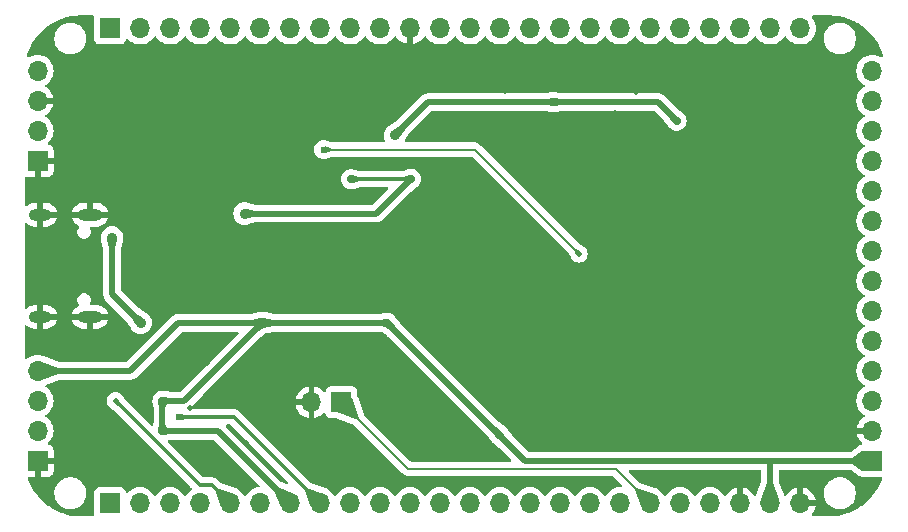
<source format=gbl>
%TF.GenerationSoftware,KiCad,Pcbnew,8.0.4*%
%TF.CreationDate,2024-08-12T16:22:58+08:00*%
%TF.ProjectId,UINIO-MCU-HC32F460KETA,55494e49-4f2d-44d4-9355-2d4843333246,Version 1.0.0*%
%TF.SameCoordinates,PX71f45d0PY4ce7800*%
%TF.FileFunction,Copper,L2,Bot*%
%TF.FilePolarity,Positive*%
%FSLAX46Y46*%
G04 Gerber Fmt 4.6, Leading zero omitted, Abs format (unit mm)*
G04 Created by KiCad (PCBNEW 8.0.4) date 2024-08-12 16:22:58*
%MOMM*%
%LPD*%
G01*
G04 APERTURE LIST*
%TA.AperFunction,ComponentPad*%
%ADD10R,1.700000X1.700000*%
%TD*%
%TA.AperFunction,ComponentPad*%
%ADD11O,1.700000X1.700000*%
%TD*%
%TA.AperFunction,ComponentPad*%
%ADD12O,2.100000X1.000000*%
%TD*%
%TA.AperFunction,ComponentPad*%
%ADD13O,1.900000X1.000000*%
%TD*%
%TA.AperFunction,ViaPad*%
%ADD14C,0.500000*%
%TD*%
%TA.AperFunction,ViaPad*%
%ADD15C,0.700000*%
%TD*%
%TA.AperFunction,ViaPad*%
%ADD16C,0.600000*%
%TD*%
%TA.AperFunction,ViaPad*%
%ADD17C,0.900000*%
%TD*%
%TA.AperFunction,Conductor*%
%ADD18C,0.300000*%
%TD*%
%TA.AperFunction,Conductor*%
%ADD19C,0.500000*%
%TD*%
%TA.AperFunction,Conductor*%
%ADD20C,0.200000*%
%TD*%
G04 APERTURE END LIST*
D10*
%TO.P,J4,1,Pin_1*%
%TO.N,/PB11{slash}MD*%
X22080000Y-33010000D03*
D11*
%TO.P,J4,2,Pin_2*%
%TO.N,GND*%
X19540000Y-33010000D03*
%TD*%
D10*
%TO.P,J5,1,Pin_1*%
%TO.N,GND*%
X-3650000Y-12560000D03*
D11*
%TO.P,J5,2,Pin_2*%
%TO.N,VCC_5V*%
X-3650000Y-10020000D03*
%TO.P,J5,3,Pin_3*%
%TO.N,GND*%
X-3650000Y-7480000D03*
%TO.P,J5,4,Pin_4*%
%TO.N,VCC_5V*%
X-3650000Y-4940000D03*
%TD*%
D12*
%TO.P,USB1,13,GND*%
%TO.N,GND*%
X789000Y-17135000D03*
%TO.P,USB1,14,GND*%
X789000Y-25785000D03*
D13*
%TO.P,USB1,15,GND*%
X-3411000Y-17135000D03*
%TO.P,USB1,16,GND*%
X-3411000Y-25785000D03*
%TD*%
D10*
%TO.P,J3,1,Pin_1*%
%TO.N,/PA8*%
X2490000Y-1360000D03*
D11*
%TO.P,J3,2,Pin_2*%
%TO.N,/PC9*%
X5030000Y-1360000D03*
%TO.P,J3,3,Pin_3*%
%TO.N,/PC8*%
X7570000Y-1360000D03*
%TO.P,J3,4,Pin_4*%
%TO.N,/PC7*%
X10110000Y-1360000D03*
%TO.P,J3,5,Pin_5*%
%TO.N,/PC6*%
X12650000Y-1360000D03*
%TO.P,J3,6,Pin_6*%
%TO.N,/PB15*%
X15190000Y-1360000D03*
%TO.P,J3,7,Pin_7*%
%TO.N,/PB14*%
X17730000Y-1360000D03*
%TO.P,J3,8,Pin_8*%
%TO.N,/PB13*%
X20270000Y-1360000D03*
%TO.P,J3,9,Pin_9*%
%TO.N,/PB12*%
X22810000Y-1360000D03*
%TO.P,J3,10,Pin_10*%
%TO.N,VCC_3.3V*%
X25350000Y-1360000D03*
%TO.P,J3,11,Pin_11*%
%TO.N,GND*%
X27890000Y-1360000D03*
%TO.P,J3,12,Pin_12*%
%TO.N,/PB10*%
X30430000Y-1360000D03*
%TO.P,J3,13,Pin_13*%
%TO.N,/PB2*%
X32970000Y-1360000D03*
%TO.P,J3,14,Pin_14*%
%TO.N,/PB1*%
X35510000Y-1360000D03*
%TO.P,J3,15,Pin_15*%
%TO.N,/PB0*%
X38050000Y-1360000D03*
%TO.P,J3,16,Pin_16*%
%TO.N,/PC5*%
X40590000Y-1360000D03*
%TO.P,J3,17,Pin_17*%
%TO.N,/PC4*%
X43130000Y-1360000D03*
%TO.P,J3,18,Pin_18*%
%TO.N,/PA7*%
X45670000Y-1360000D03*
%TO.P,J3,19,Pin_19*%
%TO.N,/PA6*%
X48210000Y-1360000D03*
%TO.P,J3,20,Pin_20*%
%TO.N,/PA5*%
X50750000Y-1360000D03*
%TO.P,J3,21,Pin_21*%
%TO.N,/PA4*%
X53290000Y-1360000D03*
%TO.P,J3,22,Pin_22*%
%TO.N,/AVCC*%
X55830000Y-1360000D03*
%TO.P,J3,23,Pin_23*%
%TO.N,/AVSS*%
X58370000Y-1360000D03*
%TO.P,J3,24,Pin_24*%
%TO.N,/PA3*%
X60910000Y-1360000D03*
%TD*%
D10*
%TO.P,J1,1,Pin_1*%
%TO.N,VCC_3.3V*%
X67030000Y-37960000D03*
D11*
%TO.P,J1,2,Pin_2*%
%TO.N,GND*%
X67030000Y-35420000D03*
%TO.P,J1,3,Pin_3*%
%TO.N,/PH2*%
X67030000Y-32880000D03*
%TO.P,J1,4,Pin_4*%
%TO.N,/PC13*%
X67030000Y-30340000D03*
%TO.P,J1,5,Pin_5*%
%TO.N,/NRST*%
X67030000Y-27800000D03*
%TO.P,J1,6,Pin_6*%
%TO.N,/PC0*%
X67030000Y-25260000D03*
%TO.P,J1,7,Pin_7*%
%TO.N,/PC1*%
X67030000Y-22720000D03*
%TO.P,J1,8,Pin_8*%
%TO.N,/PC2*%
X67030000Y-20180000D03*
%TO.P,J1,9,Pin_9*%
%TO.N,/PC3*%
X67030000Y-17640000D03*
%TO.P,J1,10,Pin_10*%
%TO.N,/AVSS{slash}VREFL*%
X67030000Y-15100000D03*
%TO.P,J1,11,Pin_11*%
%TO.N,/AVCC{slash}VREFH*%
X67030000Y-12560000D03*
%TO.P,J1,12,Pin_12*%
%TO.N,/PA0*%
X67030000Y-10020000D03*
%TO.P,J1,13,Pin_13*%
%TO.N,/PA1*%
X67030000Y-7480000D03*
%TO.P,J1,14,Pin_14*%
%TO.N,/PA2*%
X67030000Y-4940000D03*
%TD*%
D10*
%TO.P,J6,1,Pin_1*%
%TO.N,GND*%
X-3650000Y-37960000D03*
D11*
%TO.P,J6,2,Pin_2*%
%TO.N,/PA14{slash}JTCK_SWCLK*%
X-3650000Y-35420000D03*
%TO.P,J6,3,Pin_3*%
%TO.N,/PA13{slash}JTMS_SWDIO*%
X-3650000Y-32880000D03*
%TO.P,J6,4,Pin_4*%
%TO.N,VCC_3.3V*%
X-3650000Y-30340000D03*
%TD*%
D10*
%TO.P,J2,1,Pin_1*%
%TO.N,/PA9*%
X2490000Y-41560000D03*
D11*
%TO.P,J2,2,Pin_2*%
%TO.N,/PA10*%
X5030000Y-41560000D03*
%TO.P,J2,3,Pin_3*%
%TO.N,/PA11*%
X7570000Y-41560000D03*
%TO.P,J2,4,Pin_4*%
%TO.N,/PA12*%
X10110000Y-41560000D03*
%TO.P,J2,5,Pin_5*%
%TO.N,/PA13{slash}JTMS_SWDIO*%
X12650000Y-41560000D03*
%TO.P,J2,6,Pin_6*%
%TO.N,GND*%
X15190000Y-41560000D03*
%TO.P,J2,7,Pin_7*%
%TO.N,VCC_3.3V*%
X17730000Y-41560000D03*
%TO.P,J2,8,Pin_8*%
%TO.N,/PA14{slash}JTCK_SWCLK*%
X20270000Y-41560000D03*
%TO.P,J2,9,Pin_9*%
%TO.N,/PA15*%
X22810000Y-41560000D03*
%TO.P,J2,10,Pin_10*%
%TO.N,/PC10*%
X25350000Y-41560000D03*
%TO.P,J2,11,Pin_11*%
%TO.N,/PC11*%
X27890000Y-41560000D03*
%TO.P,J2,12,Pin_12*%
%TO.N,/PC12*%
X30430000Y-41560000D03*
%TO.P,J2,13,Pin_13*%
%TO.N,/PD2*%
X32970000Y-41560000D03*
%TO.P,J2,14,Pin_14*%
%TO.N,/PB3*%
X35510000Y-41560000D03*
%TO.P,J2,15,Pin_15*%
%TO.N,/PB4*%
X38050000Y-41560000D03*
%TO.P,J2,16,Pin_16*%
%TO.N,/PB5*%
X40590000Y-41560000D03*
%TO.P,J2,17,Pin_17*%
%TO.N,/PB6*%
X43130000Y-41560000D03*
%TO.P,J2,18,Pin_18*%
%TO.N,/PB7*%
X45670000Y-41560000D03*
%TO.P,J2,19,Pin_19*%
%TO.N,/PB11{slash}MD*%
X48210000Y-41560000D03*
%TO.P,J2,20,Pin_20*%
%TO.N,/PB8*%
X50750000Y-41560000D03*
%TO.P,J2,21,Pin_21*%
%TO.N,/PB9*%
X53290000Y-41560000D03*
%TO.P,J2,22,Pin_22*%
%TO.N,GND*%
X55830000Y-41560000D03*
%TO.P,J2,23,Pin_23*%
%TO.N,VCC_3.3V*%
X58370000Y-41560000D03*
%TO.P,J2,24,Pin_24*%
%TO.N,GND*%
X60910000Y-41560000D03*
%TD*%
D14*
%TO.N,GND*%
X36750000Y-5830000D03*
D15*
X30230000Y-20460000D03*
D14*
X44230000Y-21460000D03*
X2950000Y-34180000D03*
X39000000Y-14750000D03*
X48230000Y-33460000D03*
D15*
X19230000Y-7460000D03*
D14*
X46230000Y-21460000D03*
X40250000Y-12750000D03*
X45000000Y-13500000D03*
X52230000Y-29460000D03*
X43750000Y-10000000D03*
X52230000Y-31460000D03*
D15*
X22230000Y-7460000D03*
X8692500Y-24750000D03*
X33230000Y-23460000D03*
D14*
X53206394Y-21424592D03*
X60000000Y-6040000D03*
X47000000Y-16500000D03*
X45230000Y-27460000D03*
D15*
X43910000Y-6250000D03*
X42910000Y-6250000D03*
D14*
X48000000Y-10500000D03*
X44230000Y-20460000D03*
D15*
X10055000Y-24750000D03*
X53442500Y-15630000D03*
D14*
X50230000Y-27460000D03*
D15*
X30230000Y-23460000D03*
D14*
X52230000Y-23460000D03*
X51230000Y-27460000D03*
X64000000Y-6040000D03*
X39000000Y-13750000D03*
X45250000Y-8500000D03*
X50230000Y-33460000D03*
X51230000Y-33460000D03*
X53250000Y-10750000D03*
D15*
X44910000Y-6250000D03*
X29230000Y-21460000D03*
D14*
X53250000Y-9750000D03*
D15*
X34230000Y-21460000D03*
D14*
X47230000Y-20460000D03*
X48000000Y-16500000D03*
D15*
X7330000Y-24750000D03*
D14*
X44500000Y-9250000D03*
X45230000Y-24460000D03*
X53250000Y-11750000D03*
D15*
X20230000Y-7460000D03*
X34230000Y-22460000D03*
D14*
X47230000Y-21460000D03*
X44000000Y-16500000D03*
D15*
X34230000Y-20460000D03*
D14*
X37750000Y-13750000D03*
D15*
X51590000Y-15630000D03*
D14*
X53230000Y-33460000D03*
D15*
X32230000Y-21460000D03*
X29230000Y-23460000D03*
D14*
X36500000Y-13250000D03*
D15*
X18230000Y-7460000D03*
D14*
X35960000Y-6620000D03*
D15*
X39910000Y-6250000D03*
D14*
X43230000Y-21460000D03*
X49230000Y-27460000D03*
X53230000Y-23460000D03*
D15*
X32230000Y-23460000D03*
D14*
X44230000Y-25460000D03*
X63020000Y-6040000D03*
X46230000Y-25460000D03*
X44230000Y-24460000D03*
X42250000Y-11500000D03*
D15*
X31230000Y-21460000D03*
D14*
X44230000Y-26460000D03*
X53250000Y-8750000D03*
X53230000Y-30460000D03*
D15*
X29230000Y-22460000D03*
X30230000Y-21460000D03*
X31230000Y-22460000D03*
D14*
X52230000Y-25460000D03*
D15*
X33230000Y-19460000D03*
D14*
X37750000Y-12750000D03*
X53230000Y-26460000D03*
X45230000Y-25460000D03*
X53230000Y-31460000D03*
D15*
X59000000Y-15630000D03*
D14*
X46230000Y-20460000D03*
X37750000Y-14750000D03*
D15*
X32230000Y-22460000D03*
D14*
X52230000Y-28460000D03*
X52250000Y-12750000D03*
D15*
X38910000Y-6250000D03*
X41910000Y-6250000D03*
X11417500Y-24750000D03*
D14*
X42230000Y-24460000D03*
X45230000Y-21460000D03*
D15*
X34230000Y-23460000D03*
D14*
X22900000Y-15890000D03*
X45000000Y-16500000D03*
D15*
X55295000Y-15630000D03*
D14*
X52230000Y-22460000D03*
X52230000Y-32460000D03*
D15*
X31230000Y-23460000D03*
D14*
X46500000Y-12000000D03*
X53218197Y-27514701D03*
X47230000Y-24460000D03*
D16*
X31690000Y-39700000D03*
D14*
X46230000Y-24460000D03*
D15*
X40910000Y-6250000D03*
X57147500Y-15630000D03*
X9210000Y-29560000D03*
D14*
X41250000Y-12250000D03*
D15*
X33230000Y-22460000D03*
D14*
X52250000Y-11750000D03*
D15*
X30230000Y-19460000D03*
D14*
X46230000Y-26460000D03*
X52230000Y-27460000D03*
D15*
X10610000Y-29560000D03*
X12780000Y-24750000D03*
X33230000Y-21460000D03*
D14*
X45230000Y-20460000D03*
D15*
X32230000Y-20460000D03*
D14*
X52250000Y-10750000D03*
X52230000Y-30460000D03*
X47230000Y-27460000D03*
X45750000Y-12750000D03*
X52230000Y-26460000D03*
X46230000Y-27460000D03*
X0Y-8780000D03*
X53230000Y-28460000D03*
X53230000Y-22460000D03*
X53250000Y-12750000D03*
D15*
X31230000Y-20460000D03*
D14*
X52230000Y-33460000D03*
X52250000Y-13750000D03*
D15*
X32230000Y-19460000D03*
D14*
X43000000Y-10750000D03*
X48230000Y-27460000D03*
X47230000Y-26460000D03*
D15*
X34230000Y-19460000D03*
D14*
X47000000Y-13500000D03*
D15*
X21230000Y-7460000D03*
D14*
X43230000Y-20460000D03*
X52230000Y-21460000D03*
X9250000Y-36500000D03*
X52250000Y-9750000D03*
X40250000Y-13750000D03*
D15*
X30230000Y-22460000D03*
D14*
X52230000Y-24460000D03*
X53230000Y-20460000D03*
X47250000Y-11250000D03*
X42230000Y-21460000D03*
X61000000Y-6040000D03*
X47230000Y-25460000D03*
X53230000Y-32460000D03*
D15*
X7810000Y-29560000D03*
D14*
X46000000Y-13500000D03*
X9250000Y-33500000D03*
X49230000Y-33460000D03*
D15*
X31230000Y-19460000D03*
D14*
X53250000Y-13750000D03*
D15*
X29230000Y-20460000D03*
D14*
X52250000Y-8750000D03*
X53230000Y-29460000D03*
X39000000Y-12750000D03*
X14000000Y-36500000D03*
D15*
X23000000Y-25230000D03*
D14*
X53230000Y-25460000D03*
X62000000Y-6040000D03*
X53230000Y-24460000D03*
X43230000Y-25460000D03*
D15*
X33230000Y-20460000D03*
D14*
X43230000Y-24460000D03*
X46000000Y-16500000D03*
X45230000Y-26460000D03*
X47000000Y-6750000D03*
D15*
X29230000Y-19460000D03*
D14*
X52230000Y-20460000D03*
D17*
%TO.N,VCC_5V*%
X2660000Y-19060000D03*
X5080000Y-26280000D03*
D14*
%TO.N,/NRST*%
X42175000Y-20425000D03*
D16*
X20580000Y-11610000D03*
D14*
%TO.N,/PA13{slash}JTMS_SWDIO*%
X2950000Y-32880000D03*
D16*
%TO.N,/PA14{slash}JTCK_SWCLK*%
X8360000Y-34240000D03*
D15*
%TO.N,VCC_3.3V*%
X6920000Y-32880000D03*
D17*
X26620000Y-10400000D03*
X13890000Y-17030000D03*
D15*
X6920000Y-35420000D03*
X50452500Y-9170000D03*
X35450000Y-35790000D03*
X22890000Y-14120000D03*
X27940000Y-14110000D03*
X40050000Y-7600000D03*
D17*
X15380000Y-26280000D03*
D15*
X25940000Y-26280000D03*
%TD*%
D18*
%TO.N,GND*%
X64630000Y-7620000D02*
X64630000Y-12700000D01*
D19*
%TO.N,VCC_5V*%
X2660000Y-19060000D02*
X2660000Y-23860000D01*
X2660000Y-23860000D02*
X5080000Y-26280000D01*
D20*
%TO.N,/PB11{slash}MD*%
X22080000Y-33010000D02*
X27710000Y-38640000D01*
X27710000Y-38640000D02*
X45290000Y-38640000D01*
X45290000Y-38640000D02*
X48210000Y-41560000D01*
%TO.N,/NRST*%
X42175000Y-20425000D02*
X33360000Y-11610000D01*
X33360000Y-11610000D02*
X20580000Y-11610000D01*
D18*
%TO.N,/PA13{slash}JTMS_SWDIO*%
X2950000Y-32880000D02*
X2950000Y-32890000D01*
X11090000Y-40010000D02*
X12640000Y-41560000D01*
X10070000Y-40010000D02*
X11090000Y-40010000D01*
X2950000Y-32890000D02*
X10070000Y-40010000D01*
%TO.N,/PA14{slash}JTCK_SWCLK*%
X12950000Y-34240000D02*
X20270000Y-41560000D01*
X8360000Y-34240000D02*
X12950000Y-34240000D01*
D19*
%TO.N,VCC_3.3V*%
X58370000Y-37960000D02*
X67030000Y-37960000D01*
X40050000Y-7600000D02*
X29420000Y-7600000D01*
D18*
X27940000Y-14110000D02*
X27930000Y-14120000D01*
D19*
X6920000Y-35420000D02*
X11590000Y-35420000D01*
X50450000Y-9170000D02*
X48880000Y-7600000D01*
X8270000Y-26280000D02*
X4210000Y-30340000D01*
X15380000Y-26280000D02*
X15380000Y-26290000D01*
X4210000Y-30340000D02*
X-3650000Y-30340000D01*
X11590000Y-35420000D02*
X17730000Y-41560000D01*
X6920000Y-32880000D02*
X6920000Y-35420000D01*
D18*
X27930000Y-14120000D02*
X22890000Y-14120000D01*
D19*
X25020000Y-17030000D02*
X13890000Y-17030000D01*
X29420000Y-7600000D02*
X26620000Y-10400000D01*
X15380000Y-26290000D02*
X8790000Y-32880000D01*
X15380000Y-26280000D02*
X25940000Y-26280000D01*
X27940000Y-14110000D02*
X25020000Y-17030000D01*
X8790000Y-32880000D02*
X6920000Y-32880000D01*
X15380000Y-26280000D02*
X8270000Y-26280000D01*
X48880000Y-7600000D02*
X40050000Y-7600000D01*
X58370000Y-41560000D02*
X58370000Y-37960000D01*
X37620000Y-37960000D02*
X58370000Y-37960000D01*
X35450000Y-35790000D02*
X37620000Y-37960000D01*
X50452500Y-9170000D02*
X50450000Y-9170000D01*
X35450000Y-35790000D02*
X25940000Y-26280000D01*
%TD*%
%TA.AperFunction,Conductor*%
%TO.N,GND*%
G36*
X13345810Y-27050185D02*
G01*
X13391565Y-27102989D01*
X13401509Y-27172147D01*
X13372484Y-27235703D01*
X13366452Y-27242180D01*
X10732297Y-29876335D01*
X8515451Y-32093181D01*
X8454128Y-32126666D01*
X8427770Y-32129500D01*
X7699731Y-32129500D01*
X7682194Y-32128254D01*
X7681449Y-32128147D01*
X7681444Y-32128146D01*
X7339759Y-32079333D01*
X7051386Y-32038136D01*
X7043145Y-32036673D01*
X7009394Y-32029500D01*
X7009391Y-32029500D01*
X6993008Y-32029500D01*
X6979756Y-32028790D01*
X6978765Y-32028683D01*
X6969780Y-32027717D01*
X6968184Y-32027602D01*
X6968168Y-32027601D01*
X6873035Y-32029126D01*
X6867360Y-32029500D01*
X6830609Y-32029500D01*
X6799954Y-32036015D01*
X6655733Y-32066670D01*
X6655728Y-32066672D01*
X6492408Y-32139387D01*
X6347768Y-32244475D01*
X6228140Y-32377336D01*
X6138750Y-32532164D01*
X6138747Y-32532170D01*
X6083504Y-32702192D01*
X6083503Y-32702194D01*
X6064815Y-32880001D01*
X6070816Y-32937107D01*
X6071495Y-32950170D01*
X6071482Y-32964799D01*
X6071483Y-32964807D01*
X6079655Y-33022015D01*
X6080221Y-33026586D01*
X6083502Y-33057805D01*
X6084854Y-33064163D01*
X6084686Y-33064198D01*
X6087274Y-33075348D01*
X6168146Y-33641444D01*
X6168153Y-33641490D01*
X6168254Y-33642194D01*
X6169500Y-33659731D01*
X6169500Y-34640268D01*
X6168254Y-34657805D01*
X6168147Y-34658551D01*
X6168146Y-34658556D01*
X6137013Y-34876488D01*
X6108045Y-34940069D01*
X6049301Y-34977897D01*
X5979431Y-34977960D01*
X5926578Y-34946632D01*
X3821776Y-32841830D01*
X3805080Y-32821092D01*
X3764109Y-32757211D01*
X3764107Y-32757209D01*
X3667381Y-32606393D01*
X3611741Y-32519638D01*
X3607188Y-32512666D01*
X3607184Y-32512661D01*
X3604341Y-32508952D01*
X3604519Y-32508815D01*
X3596093Y-32497622D01*
X3540477Y-32409110D01*
X3420890Y-32289523D01*
X3420884Y-32289518D01*
X3277697Y-32199547D01*
X3277694Y-32199545D01*
X3118056Y-32143685D01*
X2950003Y-32124751D01*
X2949997Y-32124751D01*
X2781943Y-32143685D01*
X2622305Y-32199545D01*
X2622302Y-32199547D01*
X2479115Y-32289518D01*
X2479109Y-32289523D01*
X2359523Y-32409109D01*
X2359518Y-32409115D01*
X2269547Y-32552302D01*
X2269545Y-32552305D01*
X2213685Y-32711943D01*
X2194751Y-32879997D01*
X2194751Y-32880002D01*
X2213685Y-33048056D01*
X2269545Y-33207694D01*
X2269547Y-33207697D01*
X2359518Y-33350884D01*
X2359523Y-33350890D01*
X2479111Y-33470478D01*
X2479114Y-33470480D01*
X2519622Y-33495933D01*
X2523775Y-33498659D01*
X2872390Y-33737738D01*
X2880135Y-33743049D01*
X2897685Y-33757631D01*
X9382874Y-40242820D01*
X9416359Y-40304143D01*
X9411375Y-40373835D01*
X9369503Y-40429768D01*
X9366317Y-40432076D01*
X9238594Y-40521508D01*
X9071505Y-40688597D01*
X8941575Y-40874158D01*
X8886998Y-40917783D01*
X8817500Y-40924977D01*
X8755145Y-40893454D01*
X8738425Y-40874158D01*
X8608494Y-40688597D01*
X8441402Y-40521506D01*
X8441395Y-40521501D01*
X8247834Y-40385967D01*
X8247830Y-40385965D01*
X8183825Y-40356119D01*
X8033663Y-40286097D01*
X8033659Y-40286096D01*
X8033655Y-40286094D01*
X7805413Y-40224938D01*
X7805403Y-40224936D01*
X7570001Y-40204341D01*
X7569999Y-40204341D01*
X7334596Y-40224936D01*
X7334586Y-40224938D01*
X7106344Y-40286094D01*
X7106335Y-40286098D01*
X6892171Y-40385964D01*
X6892169Y-40385965D01*
X6698597Y-40521505D01*
X6531505Y-40688597D01*
X6401575Y-40874158D01*
X6346998Y-40917783D01*
X6277500Y-40924977D01*
X6215145Y-40893454D01*
X6198425Y-40874158D01*
X6068494Y-40688597D01*
X5901402Y-40521506D01*
X5901395Y-40521501D01*
X5707834Y-40385967D01*
X5707830Y-40385965D01*
X5643825Y-40356119D01*
X5493663Y-40286097D01*
X5493659Y-40286096D01*
X5493655Y-40286094D01*
X5265413Y-40224938D01*
X5265403Y-40224936D01*
X5030001Y-40204341D01*
X5029999Y-40204341D01*
X4794596Y-40224936D01*
X4794586Y-40224938D01*
X4566344Y-40286094D01*
X4566335Y-40286098D01*
X4352171Y-40385964D01*
X4352169Y-40385965D01*
X4158600Y-40521503D01*
X4036673Y-40643430D01*
X3975350Y-40676914D01*
X3905658Y-40671930D01*
X3849725Y-40630058D01*
X3832810Y-40599081D01*
X3783797Y-40467671D01*
X3783793Y-40467664D01*
X3697547Y-40352455D01*
X3697544Y-40352452D01*
X3582335Y-40266206D01*
X3582328Y-40266202D01*
X3447482Y-40215908D01*
X3447483Y-40215908D01*
X3387883Y-40209501D01*
X3387881Y-40209500D01*
X3387873Y-40209500D01*
X3387864Y-40209500D01*
X1592129Y-40209500D01*
X1592123Y-40209501D01*
X1532516Y-40215908D01*
X1397671Y-40266202D01*
X1397664Y-40266206D01*
X1282455Y-40352452D01*
X1282452Y-40352455D01*
X1196206Y-40467664D01*
X1196202Y-40467671D01*
X1145908Y-40602517D01*
X1139501Y-40662116D01*
X1139500Y-40662135D01*
X1139500Y-42457870D01*
X1139501Y-42457876D01*
X1146738Y-42525196D01*
X1145342Y-42525345D01*
X1142050Y-42586756D01*
X1101182Y-42643427D01*
X1036163Y-42669007D01*
X1025114Y-42669500D01*
X2706Y-42669500D01*
X-2703Y-42669382D01*
X-408540Y-42651663D01*
X-419315Y-42650720D01*
X-815999Y-42598495D01*
X-819371Y-42598051D01*
X-830023Y-42596173D01*
X-1150183Y-42525196D01*
X-1223978Y-42508836D01*
X-1234421Y-42506038D01*
X-1619267Y-42384696D01*
X-1629430Y-42380997D01*
X-2002227Y-42226579D01*
X-2012031Y-42222007D01*
X-2369943Y-42035690D01*
X-2379311Y-42030282D01*
X-2719639Y-41813469D01*
X-2728500Y-41807264D01*
X-3048628Y-41561621D01*
X-3056915Y-41554667D01*
X-3354413Y-41282061D01*
X-3362062Y-41274412D01*
X-3634668Y-40976914D01*
X-3641622Y-40968627D01*
X-3887265Y-40648499D01*
X-3893470Y-40639638D01*
X-3916357Y-40603713D01*
X-2230500Y-40603713D01*
X-2230500Y-40816286D01*
X-2205592Y-40973552D01*
X-2197246Y-41026243D01*
X-2153818Y-41159901D01*
X-2131556Y-41228414D01*
X-2035049Y-41417820D01*
X-1910110Y-41589786D01*
X-1759787Y-41740109D01*
X-1587821Y-41865048D01*
X-1587819Y-41865049D01*
X-1587816Y-41865051D01*
X-1398412Y-41961557D01*
X-1196243Y-42027246D01*
X-986287Y-42060500D01*
X-986286Y-42060500D01*
X-773714Y-42060500D01*
X-773713Y-42060500D01*
X-563757Y-42027246D01*
X-361588Y-41961557D01*
X-172184Y-41865051D01*
X-69318Y-41790315D01*
X-214Y-41740109D01*
X-212Y-41740106D01*
X-208Y-41740104D01*
X150104Y-41589792D01*
X150106Y-41589788D01*
X150109Y-41589786D01*
X275048Y-41417820D01*
X275047Y-41417820D01*
X275051Y-41417816D01*
X371557Y-41228412D01*
X437246Y-41026243D01*
X470500Y-40816287D01*
X470500Y-40603713D01*
X437246Y-40393757D01*
X371557Y-40191588D01*
X275051Y-40002184D01*
X275049Y-40002181D01*
X275048Y-40002179D01*
X150109Y-39830213D01*
X-214Y-39679890D01*
X-172180Y-39554951D01*
X-361586Y-39458444D01*
X-361587Y-39458443D01*
X-361588Y-39458443D01*
X-563757Y-39392754D01*
X-563759Y-39392753D01*
X-563760Y-39392753D01*
X-725043Y-39367208D01*
X-773713Y-39359500D01*
X-986287Y-39359500D01*
X-1034958Y-39367208D01*
X-1196240Y-39392753D01*
X-1398415Y-39458444D01*
X-1587821Y-39554951D01*
X-1759787Y-39679890D01*
X-1910110Y-39830213D01*
X-2035049Y-40002179D01*
X-2131556Y-40191585D01*
X-2131557Y-40191587D01*
X-2131557Y-40191588D01*
X-2135701Y-40204341D01*
X-2197247Y-40393760D01*
X-2230500Y-40603713D01*
X-3916357Y-40603713D01*
X-4054801Y-40386400D01*
X-4110284Y-40299309D01*
X-4115691Y-40289942D01*
X-4117692Y-40286098D01*
X-4302011Y-39932024D01*
X-4306580Y-39922226D01*
X-4311979Y-39909191D01*
X-4461004Y-39549414D01*
X-4464698Y-39539262D01*
X-4486130Y-39471286D01*
X-4487515Y-39401430D01*
X-4450913Y-39341915D01*
X-4387945Y-39311636D01*
X-4367869Y-39310000D01*
X-3900000Y-39310000D01*
X-3900000Y-38393012D01*
X-3842993Y-38425925D01*
X-3715826Y-38460000D01*
X-3584174Y-38460000D01*
X-3457007Y-38425925D01*
X-3400000Y-38393012D01*
X-3400000Y-39310000D01*
X-2752172Y-39310000D01*
X-2752156Y-39309999D01*
X-2692628Y-39303598D01*
X-2692621Y-39303596D01*
X-2557914Y-39253354D01*
X-2557907Y-39253350D01*
X-2442813Y-39167190D01*
X-2442810Y-39167187D01*
X-2356650Y-39052093D01*
X-2356646Y-39052086D01*
X-2306404Y-38917379D01*
X-2306402Y-38917372D01*
X-2300001Y-38857844D01*
X-2300000Y-38857827D01*
X-2300000Y-38210000D01*
X-3216988Y-38210000D01*
X-3184075Y-38152993D01*
X-3150000Y-38025826D01*
X-3150000Y-37894174D01*
X-3184075Y-37767007D01*
X-3216988Y-37710000D01*
X-2300000Y-37710000D01*
X-2300000Y-37062172D01*
X-2300001Y-37062155D01*
X-2306402Y-37002627D01*
X-2306404Y-37002620D01*
X-2356646Y-36867913D01*
X-2356650Y-36867906D01*
X-2442810Y-36752812D01*
X-2442813Y-36752809D01*
X-2557907Y-36666649D01*
X-2557912Y-36666646D01*
X-2689472Y-36617577D01*
X-2745405Y-36575705D01*
X-2769822Y-36510241D01*
X-2754970Y-36441968D01*
X-2733825Y-36413720D01*
X-2611505Y-36291401D01*
X-2475965Y-36097830D01*
X-2376097Y-35883663D01*
X-2314937Y-35655408D01*
X-2294341Y-35420000D01*
X-2314937Y-35184592D01*
X-2361374Y-35011285D01*
X-2376095Y-34956344D01*
X-2376096Y-34956343D01*
X-2376097Y-34956337D01*
X-2475965Y-34742171D01*
X-2491854Y-34719478D01*
X-2611506Y-34548597D01*
X-2778598Y-34381506D01*
X-2778604Y-34381501D01*
X-2964158Y-34251575D01*
X-3007783Y-34196998D01*
X-3014977Y-34127500D01*
X-2983454Y-34065145D01*
X-2964158Y-34048425D01*
X-2866092Y-33979758D01*
X-2778599Y-33918495D01*
X-2611505Y-33751401D01*
X-2475965Y-33557830D01*
X-2376097Y-33343663D01*
X-2314937Y-33115408D01*
X-2294341Y-32880000D01*
X-2314937Y-32644592D01*
X-2376097Y-32416337D01*
X-2475965Y-32202171D01*
X-2477803Y-32199545D01*
X-2611506Y-32008597D01*
X-2778598Y-31841506D01*
X-2778604Y-31841501D01*
X-2943284Y-31726191D01*
X-2986909Y-31671614D01*
X-2994103Y-31602116D01*
X-2962580Y-31539761D01*
X-2917154Y-31509067D01*
X-1863920Y-31098951D01*
X-1818927Y-31090500D01*
X4283920Y-31090500D01*
X4381462Y-31071096D01*
X4428913Y-31061658D01*
X4565495Y-31005084D01*
X4614729Y-30972186D01*
X4688416Y-30922952D01*
X8544549Y-27066819D01*
X8605872Y-27033334D01*
X8632230Y-27030500D01*
X13278771Y-27030500D01*
X13345810Y-27050185D01*
G37*
%TD.AperFunction*%
%TA.AperFunction,Conductor*%
G36*
X65190160Y-38730185D02*
G01*
X65194622Y-38733190D01*
X65878624Y-39216016D01*
X65878651Y-39216035D01*
X65880466Y-39217316D01*
X65889381Y-39223466D01*
X65900563Y-39228872D01*
X65920900Y-39241242D01*
X65937669Y-39253796D01*
X65995415Y-39275333D01*
X66006040Y-39279872D01*
X66018914Y-39286097D01*
X66025654Y-39288238D01*
X66031847Y-39289775D01*
X66045298Y-39293938D01*
X66072517Y-39304091D01*
X66132127Y-39310500D01*
X67757711Y-39310499D01*
X67824750Y-39330184D01*
X67870505Y-39382987D01*
X67880449Y-39452146D01*
X67875972Y-39471786D01*
X67854698Y-39539260D01*
X67850998Y-39549426D01*
X67696579Y-39922226D01*
X67692007Y-39932030D01*
X67505690Y-40289942D01*
X67500282Y-40299310D01*
X67283469Y-40639638D01*
X67277264Y-40648499D01*
X67031621Y-40968627D01*
X67024667Y-40976914D01*
X66752061Y-41274412D01*
X66744412Y-41282061D01*
X66446914Y-41554667D01*
X66438627Y-41561621D01*
X66118499Y-41807264D01*
X66109638Y-41813469D01*
X65769310Y-42030282D01*
X65759942Y-42035690D01*
X65402030Y-42222007D01*
X65392226Y-42226579D01*
X65019429Y-42380997D01*
X65009264Y-42384697D01*
X64624424Y-42506037D01*
X64613974Y-42508837D01*
X64220022Y-42596173D01*
X64209370Y-42598051D01*
X63809316Y-42650720D01*
X63798539Y-42651663D01*
X63392703Y-42669382D01*
X63387294Y-42669500D01*
X62009050Y-42669500D01*
X61942011Y-42649815D01*
X61896256Y-42597011D01*
X61886312Y-42527853D01*
X61915337Y-42464297D01*
X61921369Y-42457819D01*
X61948105Y-42431082D01*
X62083600Y-42237578D01*
X62183429Y-42023492D01*
X62183432Y-42023486D01*
X62240636Y-41810000D01*
X61343012Y-41810000D01*
X61375925Y-41752993D01*
X61410000Y-41625826D01*
X61410000Y-41494174D01*
X61375925Y-41367007D01*
X61343012Y-41310000D01*
X62240636Y-41310000D01*
X62240635Y-41309999D01*
X62183432Y-41096513D01*
X62183429Y-41096507D01*
X62083600Y-40882422D01*
X62083599Y-40882420D01*
X61948113Y-40688926D01*
X61948108Y-40688920D01*
X61862901Y-40603713D01*
X62929500Y-40603713D01*
X62929500Y-40816286D01*
X62954408Y-40973552D01*
X62962754Y-41026243D01*
X63006182Y-41159901D01*
X63028444Y-41228414D01*
X63124951Y-41417820D01*
X63249890Y-41589786D01*
X63400213Y-41740109D01*
X63572179Y-41865048D01*
X63572181Y-41865049D01*
X63572184Y-41865051D01*
X63761588Y-41961557D01*
X63963757Y-42027246D01*
X64173713Y-42060500D01*
X64173714Y-42060500D01*
X64386286Y-42060500D01*
X64386287Y-42060500D01*
X64596243Y-42027246D01*
X64798412Y-41961557D01*
X64987816Y-41865051D01*
X65090682Y-41790315D01*
X65159786Y-41740109D01*
X65159788Y-41740106D01*
X65159792Y-41740104D01*
X65310104Y-41589792D01*
X65310106Y-41589788D01*
X65310109Y-41589786D01*
X65435048Y-41417820D01*
X65435047Y-41417820D01*
X65435051Y-41417816D01*
X65531557Y-41228412D01*
X65597246Y-41026243D01*
X65630500Y-40816287D01*
X65630500Y-40603713D01*
X65597246Y-40393757D01*
X65531557Y-40191588D01*
X65435051Y-40002184D01*
X65435049Y-40002181D01*
X65435048Y-40002179D01*
X65310109Y-39830213D01*
X65159786Y-39679890D01*
X64987820Y-39554951D01*
X64798414Y-39458444D01*
X64798413Y-39458443D01*
X64798412Y-39458443D01*
X64596243Y-39392754D01*
X64596241Y-39392753D01*
X64596240Y-39392753D01*
X64434957Y-39367208D01*
X64386287Y-39359500D01*
X64173713Y-39359500D01*
X64125042Y-39367208D01*
X63963760Y-39392753D01*
X63761585Y-39458444D01*
X63572179Y-39554951D01*
X63400213Y-39679890D01*
X63249890Y-39830213D01*
X63124951Y-40002179D01*
X63028444Y-40191585D01*
X63028443Y-40191587D01*
X63028443Y-40191588D01*
X63024299Y-40204341D01*
X62962753Y-40393760D01*
X62929500Y-40603713D01*
X61862901Y-40603713D01*
X61781082Y-40521894D01*
X61587578Y-40386399D01*
X61373492Y-40286570D01*
X61373486Y-40286567D01*
X61160000Y-40229364D01*
X61160000Y-41126988D01*
X61102993Y-41094075D01*
X60975826Y-41060000D01*
X60844174Y-41060000D01*
X60717007Y-41094075D01*
X60660000Y-41126988D01*
X60660000Y-40229364D01*
X60659999Y-40229364D01*
X60446513Y-40286567D01*
X60446507Y-40286570D01*
X60232422Y-40386399D01*
X60232420Y-40386400D01*
X60038926Y-40521886D01*
X60038920Y-40521891D01*
X59871891Y-40688920D01*
X59871890Y-40688922D01*
X59756409Y-40853845D01*
X59701832Y-40897470D01*
X59632333Y-40904662D01*
X59569979Y-40873140D01*
X59539285Y-40827714D01*
X59534835Y-40816287D01*
X59155483Y-39842055D01*
X59128951Y-39773917D01*
X59120500Y-39728924D01*
X59120500Y-38834500D01*
X59140185Y-38767461D01*
X59192989Y-38721706D01*
X59244500Y-38710500D01*
X65123121Y-38710500D01*
X65190160Y-38730185D01*
G37*
%TD.AperFunction*%
%TA.AperFunction,Conductor*%
G36*
X57562539Y-38730185D02*
G01*
X57608294Y-38782989D01*
X57619500Y-38834500D01*
X57619500Y-39728922D01*
X57611049Y-39773915D01*
X57200713Y-40827713D01*
X57158045Y-40883041D01*
X57092237Y-40906518D01*
X57024184Y-40890690D01*
X56983589Y-40853843D01*
X56868113Y-40688926D01*
X56868108Y-40688920D01*
X56701082Y-40521894D01*
X56507578Y-40386399D01*
X56293492Y-40286570D01*
X56293486Y-40286567D01*
X56080000Y-40229364D01*
X56080000Y-41126988D01*
X56022993Y-41094075D01*
X55895826Y-41060000D01*
X55764174Y-41060000D01*
X55637007Y-41094075D01*
X55580000Y-41126988D01*
X55580000Y-40229364D01*
X55579999Y-40229364D01*
X55366513Y-40286567D01*
X55366507Y-40286570D01*
X55152422Y-40386399D01*
X55152420Y-40386400D01*
X54958926Y-40521886D01*
X54958920Y-40521891D01*
X54791891Y-40688920D01*
X54791890Y-40688922D01*
X54661880Y-40874595D01*
X54607303Y-40918219D01*
X54537804Y-40925412D01*
X54475450Y-40893890D01*
X54458730Y-40874594D01*
X54328494Y-40688597D01*
X54161402Y-40521506D01*
X54161395Y-40521501D01*
X53967834Y-40385967D01*
X53967830Y-40385965D01*
X53903825Y-40356119D01*
X53753663Y-40286097D01*
X53753659Y-40286096D01*
X53753655Y-40286094D01*
X53525413Y-40224938D01*
X53525403Y-40224936D01*
X53290001Y-40204341D01*
X53289999Y-40204341D01*
X53054596Y-40224936D01*
X53054586Y-40224938D01*
X52826344Y-40286094D01*
X52826335Y-40286098D01*
X52612171Y-40385964D01*
X52612169Y-40385965D01*
X52418597Y-40521505D01*
X52251505Y-40688597D01*
X52121575Y-40874158D01*
X52066998Y-40917783D01*
X51997500Y-40924977D01*
X51935145Y-40893454D01*
X51918425Y-40874158D01*
X51788494Y-40688597D01*
X51621402Y-40521506D01*
X51621395Y-40521501D01*
X51427834Y-40385967D01*
X51427830Y-40385965D01*
X51363825Y-40356119D01*
X51213663Y-40286097D01*
X51213659Y-40286096D01*
X51213655Y-40286094D01*
X50985413Y-40224938D01*
X50985403Y-40224936D01*
X50750001Y-40204341D01*
X50749999Y-40204341D01*
X50514596Y-40224936D01*
X50514586Y-40224938D01*
X50286344Y-40286094D01*
X50286335Y-40286098D01*
X50072171Y-40385964D01*
X50072169Y-40385965D01*
X49878597Y-40521505D01*
X49711505Y-40688597D01*
X49581575Y-40874158D01*
X49526998Y-40917783D01*
X49457500Y-40924977D01*
X49395145Y-40893454D01*
X49378425Y-40874158D01*
X49248494Y-40688597D01*
X49081402Y-40521506D01*
X49081395Y-40521501D01*
X48887834Y-40385967D01*
X48887830Y-40385965D01*
X48673665Y-40286097D01*
X48649460Y-40279611D01*
X48642205Y-40277427D01*
X47368973Y-39851319D01*
X47320645Y-39821410D01*
X46421416Y-38922181D01*
X46387931Y-38860858D01*
X46392915Y-38791166D01*
X46434787Y-38735233D01*
X46500251Y-38710816D01*
X46509097Y-38710500D01*
X57495500Y-38710500D01*
X57562539Y-38730185D01*
G37*
%TD.AperFunction*%
%TA.AperFunction,Conductor*%
G36*
X11294809Y-36190185D02*
G01*
X11315451Y-36206819D01*
X13568632Y-38460000D01*
X15115509Y-40006876D01*
X15148994Y-40068199D01*
X15144010Y-40137891D01*
X15102138Y-40193824D01*
X15038637Y-40218085D01*
X14954682Y-40225430D01*
X14954673Y-40225432D01*
X14726516Y-40286566D01*
X14726507Y-40286570D01*
X14512422Y-40386399D01*
X14512420Y-40386400D01*
X14318926Y-40521886D01*
X14318920Y-40521891D01*
X14151891Y-40688920D01*
X14151890Y-40688922D01*
X14021880Y-40874595D01*
X13967303Y-40918219D01*
X13897804Y-40925412D01*
X13835450Y-40893890D01*
X13818730Y-40874594D01*
X13688494Y-40688597D01*
X13521402Y-40521506D01*
X13521395Y-40521501D01*
X13327831Y-40385965D01*
X13327829Y-40385964D01*
X13157594Y-40306582D01*
X13151568Y-40303570D01*
X13136115Y-40295314D01*
X13129205Y-40292809D01*
X13119071Y-40288618D01*
X13116459Y-40287401D01*
X13113666Y-40286098D01*
X13113656Y-40286095D01*
X13107450Y-40284432D01*
X13097275Y-40281230D01*
X11842778Y-39826314D01*
X11797369Y-39797423D01*
X11504674Y-39504727D01*
X11504673Y-39504726D01*
X11504669Y-39504723D01*
X11398127Y-39433535D01*
X11364096Y-39419439D01*
X11279744Y-39384499D01*
X11279738Y-39384497D01*
X11154071Y-39359500D01*
X11154069Y-39359500D01*
X10390808Y-39359500D01*
X10323769Y-39339815D01*
X10303127Y-39323181D01*
X7393367Y-36413421D01*
X7359882Y-36352098D01*
X7364866Y-36282406D01*
X7406738Y-36226473D01*
X7463508Y-36202987D01*
X7681443Y-36171855D01*
X7681466Y-36171851D01*
X7682203Y-36171746D01*
X7699738Y-36170500D01*
X11227770Y-36170500D01*
X11294809Y-36190185D01*
G37*
%TD.AperFunction*%
%TA.AperFunction,Conductor*%
G36*
X25177799Y-27031746D02*
G01*
X25178552Y-27031853D01*
X25178557Y-27031855D01*
X25571981Y-27088057D01*
X25628845Y-27111611D01*
X25947391Y-27350521D01*
X25960672Y-27362040D01*
X34367961Y-35769329D01*
X34379480Y-35782610D01*
X34379935Y-35783217D01*
X34379937Y-35783220D01*
X34455270Y-35883664D01*
X34740699Y-36264236D01*
X34748885Y-36276635D01*
X34758136Y-36292657D01*
X34758142Y-36292666D01*
X34777652Y-36314335D01*
X34784700Y-36322904D01*
X34790042Y-36330026D01*
X34812113Y-36357414D01*
X34813176Y-36358643D01*
X34844339Y-36388827D01*
X34850180Y-36394885D01*
X34877770Y-36425526D01*
X34898334Y-36440467D01*
X34906733Y-36447143D01*
X34909965Y-36449949D01*
X34909973Y-36449957D01*
X34909981Y-36449963D01*
X35457395Y-36860524D01*
X35470676Y-36872043D01*
X36426452Y-37827819D01*
X36459937Y-37889142D01*
X36454953Y-37958834D01*
X36413081Y-38014767D01*
X36347617Y-38039184D01*
X36338771Y-38039500D01*
X28010097Y-38039500D01*
X27943058Y-38019815D01*
X27922416Y-38003181D01*
X24057498Y-34138263D01*
X24029566Y-34095411D01*
X24017948Y-34065449D01*
X23613352Y-33022015D01*
X23438886Y-32572075D01*
X23430499Y-32527246D01*
X23430499Y-32112129D01*
X23430498Y-32112123D01*
X23430270Y-32110005D01*
X23424091Y-32052517D01*
X23423002Y-32049598D01*
X23373797Y-31917671D01*
X23373793Y-31917664D01*
X23287547Y-31802455D01*
X23287544Y-31802452D01*
X23172335Y-31716206D01*
X23172328Y-31716202D01*
X23037482Y-31665908D01*
X23037483Y-31665908D01*
X22977883Y-31659501D01*
X22977881Y-31659500D01*
X22977873Y-31659500D01*
X22977864Y-31659500D01*
X21182129Y-31659500D01*
X21182123Y-31659501D01*
X21122516Y-31665908D01*
X20987671Y-31716202D01*
X20987664Y-31716206D01*
X20872455Y-31802452D01*
X20872452Y-31802455D01*
X20786206Y-31917664D01*
X20786202Y-31917671D01*
X20736997Y-32049598D01*
X20695126Y-32105532D01*
X20629661Y-32129949D01*
X20561388Y-32115097D01*
X20533134Y-32093946D01*
X20411082Y-31971894D01*
X20217578Y-31836399D01*
X20003492Y-31736570D01*
X20003486Y-31736567D01*
X19790000Y-31679364D01*
X19790000Y-32576988D01*
X19732993Y-32544075D01*
X19605826Y-32510000D01*
X19474174Y-32510000D01*
X19347007Y-32544075D01*
X19290000Y-32576988D01*
X19290000Y-31679364D01*
X19289999Y-31679364D01*
X19076513Y-31736567D01*
X19076507Y-31736570D01*
X18862422Y-31836399D01*
X18862420Y-31836400D01*
X18668926Y-31971886D01*
X18668920Y-31971891D01*
X18501891Y-32138920D01*
X18501886Y-32138926D01*
X18366400Y-32332420D01*
X18366399Y-32332422D01*
X18266570Y-32546507D01*
X18266567Y-32546513D01*
X18209364Y-32759999D01*
X18209364Y-32760000D01*
X19106988Y-32760000D01*
X19074075Y-32817007D01*
X19040000Y-32944174D01*
X19040000Y-33075826D01*
X19074075Y-33202993D01*
X19106988Y-33260000D01*
X18209364Y-33260000D01*
X18266567Y-33473486D01*
X18266570Y-33473492D01*
X18366399Y-33687578D01*
X18501894Y-33881082D01*
X18668917Y-34048105D01*
X18862421Y-34183600D01*
X19076507Y-34283429D01*
X19076516Y-34283433D01*
X19290000Y-34340634D01*
X19290000Y-33443012D01*
X19347007Y-33475925D01*
X19474174Y-33510000D01*
X19605826Y-33510000D01*
X19732993Y-33475925D01*
X19790000Y-33443012D01*
X19790000Y-34340633D01*
X20003483Y-34283433D01*
X20003492Y-34283429D01*
X20217578Y-34183600D01*
X20411078Y-34048108D01*
X20533133Y-33926053D01*
X20594456Y-33892568D01*
X20664148Y-33897552D01*
X20720082Y-33939423D01*
X20736997Y-33970401D01*
X20786202Y-34102328D01*
X20786206Y-34102335D01*
X20872452Y-34217544D01*
X20872455Y-34217547D01*
X20987664Y-34303793D01*
X20987671Y-34303797D01*
X21004949Y-34310241D01*
X21122517Y-34354091D01*
X21182127Y-34360500D01*
X21597248Y-34360499D01*
X21642077Y-34368886D01*
X21760134Y-34414663D01*
X23165412Y-34959567D01*
X23208263Y-34987498D01*
X27225139Y-39004374D01*
X27225149Y-39004385D01*
X27229479Y-39008715D01*
X27229480Y-39008716D01*
X27341284Y-39120520D01*
X27341286Y-39120521D01*
X27341290Y-39120524D01*
X27478209Y-39199573D01*
X27478216Y-39199577D01*
X27590019Y-39229534D01*
X27630942Y-39240500D01*
X27630943Y-39240500D01*
X44989903Y-39240500D01*
X45056942Y-39260185D01*
X45077584Y-39276819D01*
X45796333Y-39995568D01*
X45829818Y-40056891D01*
X45824834Y-40126583D01*
X45782962Y-40182516D01*
X45717498Y-40206933D01*
X45697844Y-40206777D01*
X45670001Y-40204341D01*
X45669999Y-40204341D01*
X45434596Y-40224936D01*
X45434586Y-40224938D01*
X45206344Y-40286094D01*
X45206335Y-40286098D01*
X44992171Y-40385964D01*
X44992169Y-40385965D01*
X44798597Y-40521505D01*
X44631505Y-40688597D01*
X44501575Y-40874158D01*
X44446998Y-40917783D01*
X44377500Y-40924977D01*
X44315145Y-40893454D01*
X44298425Y-40874158D01*
X44168494Y-40688597D01*
X44001402Y-40521506D01*
X44001395Y-40521501D01*
X43807834Y-40385967D01*
X43807830Y-40385965D01*
X43743825Y-40356119D01*
X43593663Y-40286097D01*
X43593659Y-40286096D01*
X43593655Y-40286094D01*
X43365413Y-40224938D01*
X43365403Y-40224936D01*
X43130001Y-40204341D01*
X43129999Y-40204341D01*
X42894596Y-40224936D01*
X42894586Y-40224938D01*
X42666344Y-40286094D01*
X42666335Y-40286098D01*
X42452171Y-40385964D01*
X42452169Y-40385965D01*
X42258597Y-40521505D01*
X42091505Y-40688597D01*
X41961575Y-40874158D01*
X41906998Y-40917783D01*
X41837500Y-40924977D01*
X41775145Y-40893454D01*
X41758425Y-40874158D01*
X41628494Y-40688597D01*
X41461402Y-40521506D01*
X41461395Y-40521501D01*
X41267834Y-40385967D01*
X41267830Y-40385965D01*
X41203825Y-40356119D01*
X41053663Y-40286097D01*
X41053659Y-40286096D01*
X41053655Y-40286094D01*
X40825413Y-40224938D01*
X40825403Y-40224936D01*
X40590001Y-40204341D01*
X40589999Y-40204341D01*
X40354596Y-40224936D01*
X40354586Y-40224938D01*
X40126344Y-40286094D01*
X40126335Y-40286098D01*
X39912171Y-40385964D01*
X39912169Y-40385965D01*
X39718597Y-40521505D01*
X39551505Y-40688597D01*
X39421575Y-40874158D01*
X39366998Y-40917783D01*
X39297500Y-40924977D01*
X39235145Y-40893454D01*
X39218425Y-40874158D01*
X39088494Y-40688597D01*
X38921402Y-40521506D01*
X38921395Y-40521501D01*
X38727834Y-40385967D01*
X38727830Y-40385965D01*
X38663825Y-40356119D01*
X38513663Y-40286097D01*
X38513659Y-40286096D01*
X38513655Y-40286094D01*
X38285413Y-40224938D01*
X38285403Y-40224936D01*
X38050001Y-40204341D01*
X38049999Y-40204341D01*
X37814596Y-40224936D01*
X37814586Y-40224938D01*
X37586344Y-40286094D01*
X37586335Y-40286098D01*
X37372171Y-40385964D01*
X37372169Y-40385965D01*
X37178597Y-40521505D01*
X37011505Y-40688597D01*
X36881575Y-40874158D01*
X36826998Y-40917783D01*
X36757500Y-40924977D01*
X36695145Y-40893454D01*
X36678425Y-40874158D01*
X36548494Y-40688597D01*
X36381402Y-40521506D01*
X36381395Y-40521501D01*
X36187834Y-40385967D01*
X36187830Y-40385965D01*
X36123825Y-40356119D01*
X35973663Y-40286097D01*
X35973659Y-40286096D01*
X35973655Y-40286094D01*
X35745413Y-40224938D01*
X35745403Y-40224936D01*
X35510001Y-40204341D01*
X35509999Y-40204341D01*
X35274596Y-40224936D01*
X35274586Y-40224938D01*
X35046344Y-40286094D01*
X35046335Y-40286098D01*
X34832171Y-40385964D01*
X34832169Y-40385965D01*
X34638597Y-40521505D01*
X34471505Y-40688597D01*
X34341575Y-40874158D01*
X34286998Y-40917783D01*
X34217500Y-40924977D01*
X34155145Y-40893454D01*
X34138425Y-40874158D01*
X34008494Y-40688597D01*
X33841402Y-40521506D01*
X33841395Y-40521501D01*
X33647834Y-40385967D01*
X33647830Y-40385965D01*
X33583825Y-40356119D01*
X33433663Y-40286097D01*
X33433659Y-40286096D01*
X33433655Y-40286094D01*
X33205413Y-40224938D01*
X33205403Y-40224936D01*
X32970001Y-40204341D01*
X32969999Y-40204341D01*
X32734596Y-40224936D01*
X32734586Y-40224938D01*
X32506344Y-40286094D01*
X32506335Y-40286098D01*
X32292171Y-40385964D01*
X32292169Y-40385965D01*
X32098597Y-40521505D01*
X31931505Y-40688597D01*
X31801575Y-40874158D01*
X31746998Y-40917783D01*
X31677500Y-40924977D01*
X31615145Y-40893454D01*
X31598425Y-40874158D01*
X31468494Y-40688597D01*
X31301402Y-40521506D01*
X31301395Y-40521501D01*
X31107834Y-40385967D01*
X31107830Y-40385965D01*
X31043825Y-40356119D01*
X30893663Y-40286097D01*
X30893659Y-40286096D01*
X30893655Y-40286094D01*
X30665413Y-40224938D01*
X30665403Y-40224936D01*
X30430001Y-40204341D01*
X30429999Y-40204341D01*
X30194596Y-40224936D01*
X30194586Y-40224938D01*
X29966344Y-40286094D01*
X29966335Y-40286098D01*
X29752171Y-40385964D01*
X29752169Y-40385965D01*
X29558597Y-40521505D01*
X29391505Y-40688597D01*
X29261575Y-40874158D01*
X29206998Y-40917783D01*
X29137500Y-40924977D01*
X29075145Y-40893454D01*
X29058425Y-40874158D01*
X28928494Y-40688597D01*
X28761402Y-40521506D01*
X28761395Y-40521501D01*
X28567834Y-40385967D01*
X28567830Y-40385965D01*
X28503825Y-40356119D01*
X28353663Y-40286097D01*
X28353659Y-40286096D01*
X28353655Y-40286094D01*
X28125413Y-40224938D01*
X28125403Y-40224936D01*
X27890001Y-40204341D01*
X27889999Y-40204341D01*
X27654596Y-40224936D01*
X27654586Y-40224938D01*
X27426344Y-40286094D01*
X27426335Y-40286098D01*
X27212171Y-40385964D01*
X27212169Y-40385965D01*
X27018597Y-40521505D01*
X26851505Y-40688597D01*
X26721575Y-40874158D01*
X26666998Y-40917783D01*
X26597500Y-40924977D01*
X26535145Y-40893454D01*
X26518425Y-40874158D01*
X26388494Y-40688597D01*
X26221402Y-40521506D01*
X26221395Y-40521501D01*
X26027834Y-40385967D01*
X26027830Y-40385965D01*
X25963825Y-40356119D01*
X25813663Y-40286097D01*
X25813659Y-40286096D01*
X25813655Y-40286094D01*
X25585413Y-40224938D01*
X25585403Y-40224936D01*
X25350001Y-40204341D01*
X25349999Y-40204341D01*
X25114596Y-40224936D01*
X25114586Y-40224938D01*
X24886344Y-40286094D01*
X24886335Y-40286098D01*
X24672171Y-40385964D01*
X24672169Y-40385965D01*
X24478597Y-40521505D01*
X24311505Y-40688597D01*
X24181575Y-40874158D01*
X24126998Y-40917783D01*
X24057500Y-40924977D01*
X23995145Y-40893454D01*
X23978425Y-40874158D01*
X23848494Y-40688597D01*
X23681402Y-40521506D01*
X23681395Y-40521501D01*
X23487834Y-40385967D01*
X23487830Y-40385965D01*
X23423825Y-40356119D01*
X23273663Y-40286097D01*
X23273659Y-40286096D01*
X23273655Y-40286094D01*
X23045413Y-40224938D01*
X23045403Y-40224936D01*
X22810001Y-40204341D01*
X22809999Y-40204341D01*
X22574596Y-40224936D01*
X22574586Y-40224938D01*
X22346344Y-40286094D01*
X22346335Y-40286098D01*
X22132171Y-40385964D01*
X22132169Y-40385965D01*
X21938597Y-40521505D01*
X21771505Y-40688597D01*
X21641575Y-40874158D01*
X21586998Y-40917783D01*
X21517500Y-40924977D01*
X21455145Y-40893454D01*
X21438425Y-40874158D01*
X21308494Y-40688597D01*
X21141402Y-40521506D01*
X21141395Y-40521501D01*
X20947834Y-40385967D01*
X20947830Y-40385965D01*
X20782558Y-40308897D01*
X20776027Y-40305614D01*
X20765566Y-40299963D01*
X20758386Y-40296084D01*
X20758385Y-40296083D01*
X20758382Y-40296082D01*
X20747604Y-40292117D01*
X20738015Y-40288126D01*
X20733666Y-40286098D01*
X20733663Y-40286097D01*
X20730159Y-40285157D01*
X20719461Y-40281763D01*
X20679050Y-40266897D01*
X20679043Y-40266895D01*
X19467231Y-39821109D01*
X19422361Y-39792415D01*
X13364674Y-33734727D01*
X13364673Y-33734726D01*
X13294110Y-33687578D01*
X13258127Y-33663535D01*
X13258125Y-33663534D01*
X13139745Y-33614499D01*
X13138874Y-33614326D01*
X13135344Y-33613623D01*
X13135340Y-33613621D01*
X13135340Y-33613623D01*
X13014071Y-33589500D01*
X13014069Y-33589500D01*
X9441230Y-33589500D01*
X9374191Y-33569815D01*
X9328436Y-33517011D01*
X9318492Y-33447853D01*
X9347517Y-33384297D01*
X9353549Y-33377819D01*
X10322259Y-32409109D01*
X15216048Y-27515317D01*
X15236769Y-27498633D01*
X15732434Y-27180695D01*
X15771845Y-27164167D01*
X16345190Y-27033595D01*
X16372724Y-27030500D01*
X25160263Y-27030500D01*
X25177799Y-27031746D01*
G37*
%TD.AperFunction*%
%TA.AperFunction,Conductor*%
G36*
X12696231Y-34910185D02*
G01*
X12716873Y-34926819D01*
X17512297Y-39722243D01*
X17545782Y-39783566D01*
X17540798Y-39853258D01*
X17498926Y-39909191D01*
X17433462Y-39933608D01*
X17374726Y-39923445D01*
X17003706Y-39760388D01*
X16965915Y-39734548D01*
X12333549Y-35102181D01*
X12300064Y-35040858D01*
X12305048Y-34971166D01*
X12346920Y-34915233D01*
X12412384Y-34890816D01*
X12421230Y-34890500D01*
X12629192Y-34890500D01*
X12696231Y-34910185D01*
G37*
%TD.AperFunction*%
%TA.AperFunction,Conductor*%
G36*
X1092153Y-270185D02*
G01*
X1137908Y-322989D01*
X1147852Y-392147D01*
X1145939Y-402234D01*
X1139501Y-462116D01*
X1139500Y-462135D01*
X1139500Y-2257870D01*
X1139501Y-2257876D01*
X1145908Y-2317483D01*
X1196202Y-2452328D01*
X1196206Y-2452335D01*
X1282452Y-2567544D01*
X1282455Y-2567547D01*
X1397664Y-2653793D01*
X1397671Y-2653797D01*
X1532517Y-2704091D01*
X1532516Y-2704091D01*
X1539444Y-2704835D01*
X1592127Y-2710500D01*
X3387872Y-2710499D01*
X3447483Y-2704091D01*
X3582331Y-2653796D01*
X3697546Y-2567546D01*
X3783796Y-2452331D01*
X3832810Y-2320916D01*
X3874681Y-2264984D01*
X3940145Y-2240566D01*
X4008418Y-2255417D01*
X4036673Y-2276569D01*
X4158599Y-2398495D01*
X4255384Y-2466265D01*
X4352165Y-2534032D01*
X4352167Y-2534033D01*
X4352170Y-2534035D01*
X4566337Y-2633903D01*
X4794592Y-2695063D01*
X4971034Y-2710500D01*
X5029999Y-2715659D01*
X5030000Y-2715659D01*
X5030001Y-2715659D01*
X5088966Y-2710500D01*
X5265408Y-2695063D01*
X5493663Y-2633903D01*
X5707830Y-2534035D01*
X5901401Y-2398495D01*
X6068495Y-2231401D01*
X6198425Y-2045842D01*
X6253002Y-2002217D01*
X6322500Y-1995023D01*
X6384855Y-2026546D01*
X6401575Y-2045842D01*
X6531500Y-2231395D01*
X6531505Y-2231401D01*
X6698599Y-2398495D01*
X6795384Y-2466265D01*
X6892165Y-2534032D01*
X6892167Y-2534033D01*
X6892170Y-2534035D01*
X7106337Y-2633903D01*
X7334592Y-2695063D01*
X7511034Y-2710500D01*
X7569999Y-2715659D01*
X7570000Y-2715659D01*
X7570001Y-2715659D01*
X7628966Y-2710500D01*
X7805408Y-2695063D01*
X8033663Y-2633903D01*
X8247830Y-2534035D01*
X8441401Y-2398495D01*
X8608495Y-2231401D01*
X8738425Y-2045842D01*
X8793002Y-2002217D01*
X8862500Y-1995023D01*
X8924855Y-2026546D01*
X8941575Y-2045842D01*
X9071500Y-2231395D01*
X9071505Y-2231401D01*
X9238599Y-2398495D01*
X9335384Y-2466265D01*
X9432165Y-2534032D01*
X9432167Y-2534033D01*
X9432170Y-2534035D01*
X9646337Y-2633903D01*
X9874592Y-2695063D01*
X10051034Y-2710500D01*
X10109999Y-2715659D01*
X10110000Y-2715659D01*
X10110001Y-2715659D01*
X10168966Y-2710500D01*
X10345408Y-2695063D01*
X10573663Y-2633903D01*
X10787830Y-2534035D01*
X10981401Y-2398495D01*
X11148495Y-2231401D01*
X11278425Y-2045842D01*
X11333002Y-2002217D01*
X11402500Y-1995023D01*
X11464855Y-2026546D01*
X11481575Y-2045842D01*
X11611500Y-2231395D01*
X11611505Y-2231401D01*
X11778599Y-2398495D01*
X11875384Y-2466265D01*
X11972165Y-2534032D01*
X11972167Y-2534033D01*
X11972170Y-2534035D01*
X12186337Y-2633903D01*
X12414592Y-2695063D01*
X12591034Y-2710500D01*
X12649999Y-2715659D01*
X12650000Y-2715659D01*
X12650001Y-2715659D01*
X12708966Y-2710500D01*
X12885408Y-2695063D01*
X13113663Y-2633903D01*
X13327830Y-2534035D01*
X13521401Y-2398495D01*
X13688495Y-2231401D01*
X13818425Y-2045842D01*
X13873002Y-2002217D01*
X13942500Y-1995023D01*
X14004855Y-2026546D01*
X14021575Y-2045842D01*
X14151500Y-2231395D01*
X14151505Y-2231401D01*
X14318599Y-2398495D01*
X14415384Y-2466265D01*
X14512165Y-2534032D01*
X14512167Y-2534033D01*
X14512170Y-2534035D01*
X14726337Y-2633903D01*
X14954592Y-2695063D01*
X15131034Y-2710500D01*
X15189999Y-2715659D01*
X15190000Y-2715659D01*
X15190001Y-2715659D01*
X15248966Y-2710500D01*
X15425408Y-2695063D01*
X15653663Y-2633903D01*
X15867830Y-2534035D01*
X16061401Y-2398495D01*
X16228495Y-2231401D01*
X16358425Y-2045842D01*
X16413002Y-2002217D01*
X16482500Y-1995023D01*
X16544855Y-2026546D01*
X16561575Y-2045842D01*
X16691500Y-2231395D01*
X16691505Y-2231401D01*
X16858599Y-2398495D01*
X16955384Y-2466265D01*
X17052165Y-2534032D01*
X17052167Y-2534033D01*
X17052170Y-2534035D01*
X17266337Y-2633903D01*
X17494592Y-2695063D01*
X17671034Y-2710500D01*
X17729999Y-2715659D01*
X17730000Y-2715659D01*
X17730001Y-2715659D01*
X17788966Y-2710500D01*
X17965408Y-2695063D01*
X18193663Y-2633903D01*
X18407830Y-2534035D01*
X18601401Y-2398495D01*
X18768495Y-2231401D01*
X18898425Y-2045842D01*
X18953002Y-2002217D01*
X19022500Y-1995023D01*
X19084855Y-2026546D01*
X19101575Y-2045842D01*
X19231500Y-2231395D01*
X19231505Y-2231401D01*
X19398599Y-2398495D01*
X19495384Y-2466265D01*
X19592165Y-2534032D01*
X19592167Y-2534033D01*
X19592170Y-2534035D01*
X19806337Y-2633903D01*
X20034592Y-2695063D01*
X20211034Y-2710500D01*
X20269999Y-2715659D01*
X20270000Y-2715659D01*
X20270001Y-2715659D01*
X20328966Y-2710500D01*
X20505408Y-2695063D01*
X20733663Y-2633903D01*
X20947830Y-2534035D01*
X21141401Y-2398495D01*
X21308495Y-2231401D01*
X21438425Y-2045842D01*
X21493002Y-2002217D01*
X21562500Y-1995023D01*
X21624855Y-2026546D01*
X21641575Y-2045842D01*
X21771500Y-2231395D01*
X21771505Y-2231401D01*
X21938599Y-2398495D01*
X22035384Y-2466265D01*
X22132165Y-2534032D01*
X22132167Y-2534033D01*
X22132170Y-2534035D01*
X22346337Y-2633903D01*
X22574592Y-2695063D01*
X22751034Y-2710500D01*
X22809999Y-2715659D01*
X22810000Y-2715659D01*
X22810001Y-2715659D01*
X22868966Y-2710500D01*
X23045408Y-2695063D01*
X23273663Y-2633903D01*
X23487830Y-2534035D01*
X23681401Y-2398495D01*
X23848495Y-2231401D01*
X23978425Y-2045842D01*
X24033002Y-2002217D01*
X24102500Y-1995023D01*
X24164855Y-2026546D01*
X24181575Y-2045842D01*
X24311500Y-2231395D01*
X24311505Y-2231401D01*
X24478599Y-2398495D01*
X24575384Y-2466265D01*
X24672165Y-2534032D01*
X24672167Y-2534033D01*
X24672170Y-2534035D01*
X24886337Y-2633903D01*
X25114592Y-2695063D01*
X25291034Y-2710500D01*
X25349999Y-2715659D01*
X25350000Y-2715659D01*
X25350001Y-2715659D01*
X25408966Y-2710500D01*
X25585408Y-2695063D01*
X25813663Y-2633903D01*
X26027830Y-2534035D01*
X26221401Y-2398495D01*
X26388495Y-2231401D01*
X26518730Y-2045405D01*
X26573307Y-2001781D01*
X26642805Y-1994587D01*
X26705160Y-2026110D01*
X26721879Y-2045405D01*
X26851890Y-2231078D01*
X27018917Y-2398105D01*
X27212421Y-2533600D01*
X27426507Y-2633429D01*
X27426516Y-2633433D01*
X27640000Y-2690634D01*
X27640000Y-1793012D01*
X27697007Y-1825925D01*
X27824174Y-1860000D01*
X27955826Y-1860000D01*
X28082993Y-1825925D01*
X28140000Y-1793012D01*
X28140000Y-2690633D01*
X28353483Y-2633433D01*
X28353492Y-2633429D01*
X28567578Y-2533600D01*
X28761082Y-2398105D01*
X28928105Y-2231082D01*
X29058119Y-2045405D01*
X29112696Y-2001781D01*
X29182195Y-1994588D01*
X29244549Y-2026110D01*
X29261269Y-2045405D01*
X29391505Y-2231401D01*
X29558599Y-2398495D01*
X29655384Y-2466265D01*
X29752165Y-2534032D01*
X29752167Y-2534033D01*
X29752170Y-2534035D01*
X29966337Y-2633903D01*
X30194592Y-2695063D01*
X30371034Y-2710500D01*
X30429999Y-2715659D01*
X30430000Y-2715659D01*
X30430001Y-2715659D01*
X30488966Y-2710500D01*
X30665408Y-2695063D01*
X30893663Y-2633903D01*
X31107830Y-2534035D01*
X31301401Y-2398495D01*
X31468495Y-2231401D01*
X31598425Y-2045842D01*
X31653002Y-2002217D01*
X31722500Y-1995023D01*
X31784855Y-2026546D01*
X31801575Y-2045842D01*
X31931500Y-2231395D01*
X31931505Y-2231401D01*
X32098599Y-2398495D01*
X32195384Y-2466265D01*
X32292165Y-2534032D01*
X32292167Y-2534033D01*
X32292170Y-2534035D01*
X32506337Y-2633903D01*
X32734592Y-2695063D01*
X32911034Y-2710500D01*
X32969999Y-2715659D01*
X32970000Y-2715659D01*
X32970001Y-2715659D01*
X33028966Y-2710500D01*
X33205408Y-2695063D01*
X33433663Y-2633903D01*
X33647830Y-2534035D01*
X33841401Y-2398495D01*
X34008495Y-2231401D01*
X34138425Y-2045842D01*
X34193002Y-2002217D01*
X34262500Y-1995023D01*
X34324855Y-2026546D01*
X34341575Y-2045842D01*
X34471500Y-2231395D01*
X34471505Y-2231401D01*
X34638599Y-2398495D01*
X34735384Y-2466265D01*
X34832165Y-2534032D01*
X34832167Y-2534033D01*
X34832170Y-2534035D01*
X35046337Y-2633903D01*
X35274592Y-2695063D01*
X35451034Y-2710500D01*
X35509999Y-2715659D01*
X35510000Y-2715659D01*
X35510001Y-2715659D01*
X35568966Y-2710500D01*
X35745408Y-2695063D01*
X35973663Y-2633903D01*
X36187830Y-2534035D01*
X36381401Y-2398495D01*
X36548495Y-2231401D01*
X36678425Y-2045842D01*
X36733002Y-2002217D01*
X36802500Y-1995023D01*
X36864855Y-2026546D01*
X36881575Y-2045842D01*
X37011500Y-2231395D01*
X37011505Y-2231401D01*
X37178599Y-2398495D01*
X37275384Y-2466265D01*
X37372165Y-2534032D01*
X37372167Y-2534033D01*
X37372170Y-2534035D01*
X37586337Y-2633903D01*
X37814592Y-2695063D01*
X37991034Y-2710500D01*
X38049999Y-2715659D01*
X38050000Y-2715659D01*
X38050001Y-2715659D01*
X38108966Y-2710500D01*
X38285408Y-2695063D01*
X38513663Y-2633903D01*
X38727830Y-2534035D01*
X38921401Y-2398495D01*
X39088495Y-2231401D01*
X39218425Y-2045842D01*
X39273002Y-2002217D01*
X39342500Y-1995023D01*
X39404855Y-2026546D01*
X39421575Y-2045842D01*
X39551500Y-2231395D01*
X39551505Y-2231401D01*
X39718599Y-2398495D01*
X39815384Y-2466265D01*
X39912165Y-2534032D01*
X39912167Y-2534033D01*
X39912170Y-2534035D01*
X40126337Y-2633903D01*
X40354592Y-2695063D01*
X40531034Y-2710500D01*
X40589999Y-2715659D01*
X40590000Y-2715659D01*
X40590001Y-2715659D01*
X40648966Y-2710500D01*
X40825408Y-2695063D01*
X41053663Y-2633903D01*
X41267830Y-2534035D01*
X41461401Y-2398495D01*
X41628495Y-2231401D01*
X41758425Y-2045842D01*
X41813002Y-2002217D01*
X41882500Y-1995023D01*
X41944855Y-2026546D01*
X41961575Y-2045842D01*
X42091500Y-2231395D01*
X42091505Y-2231401D01*
X42258599Y-2398495D01*
X42355384Y-2466265D01*
X42452165Y-2534032D01*
X42452167Y-2534033D01*
X42452170Y-2534035D01*
X42666337Y-2633903D01*
X42894592Y-2695063D01*
X43071034Y-2710500D01*
X43129999Y-2715659D01*
X43130000Y-2715659D01*
X43130001Y-2715659D01*
X43188966Y-2710500D01*
X43365408Y-2695063D01*
X43593663Y-2633903D01*
X43807830Y-2534035D01*
X44001401Y-2398495D01*
X44168495Y-2231401D01*
X44298425Y-2045842D01*
X44353002Y-2002217D01*
X44422500Y-1995023D01*
X44484855Y-2026546D01*
X44501575Y-2045842D01*
X44631500Y-2231395D01*
X44631505Y-2231401D01*
X44798599Y-2398495D01*
X44895384Y-2466265D01*
X44992165Y-2534032D01*
X44992167Y-2534033D01*
X44992170Y-2534035D01*
X45206337Y-2633903D01*
X45434592Y-2695063D01*
X45611034Y-2710500D01*
X45669999Y-2715659D01*
X45670000Y-2715659D01*
X45670001Y-2715659D01*
X45728966Y-2710500D01*
X45905408Y-2695063D01*
X46133663Y-2633903D01*
X46347830Y-2534035D01*
X46541401Y-2398495D01*
X46708495Y-2231401D01*
X46838425Y-2045842D01*
X46893002Y-2002217D01*
X46962500Y-1995023D01*
X47024855Y-2026546D01*
X47041575Y-2045842D01*
X47171500Y-2231395D01*
X47171505Y-2231401D01*
X47338599Y-2398495D01*
X47435384Y-2466265D01*
X47532165Y-2534032D01*
X47532167Y-2534033D01*
X47532170Y-2534035D01*
X47746337Y-2633903D01*
X47974592Y-2695063D01*
X48151034Y-2710500D01*
X48209999Y-2715659D01*
X48210000Y-2715659D01*
X48210001Y-2715659D01*
X48268966Y-2710500D01*
X48445408Y-2695063D01*
X48673663Y-2633903D01*
X48887830Y-2534035D01*
X49081401Y-2398495D01*
X49248495Y-2231401D01*
X49378425Y-2045842D01*
X49433002Y-2002217D01*
X49502500Y-1995023D01*
X49564855Y-2026546D01*
X49581575Y-2045842D01*
X49711500Y-2231395D01*
X49711505Y-2231401D01*
X49878599Y-2398495D01*
X49975384Y-2466265D01*
X50072165Y-2534032D01*
X50072167Y-2534033D01*
X50072170Y-2534035D01*
X50286337Y-2633903D01*
X50514592Y-2695063D01*
X50691034Y-2710500D01*
X50749999Y-2715659D01*
X50750000Y-2715659D01*
X50750001Y-2715659D01*
X50808966Y-2710500D01*
X50985408Y-2695063D01*
X51213663Y-2633903D01*
X51427830Y-2534035D01*
X51621401Y-2398495D01*
X51788495Y-2231401D01*
X51918425Y-2045842D01*
X51973002Y-2002217D01*
X52042500Y-1995023D01*
X52104855Y-2026546D01*
X52121575Y-2045842D01*
X52251500Y-2231395D01*
X52251505Y-2231401D01*
X52418599Y-2398495D01*
X52515384Y-2466265D01*
X52612165Y-2534032D01*
X52612167Y-2534033D01*
X52612170Y-2534035D01*
X52826337Y-2633903D01*
X53054592Y-2695063D01*
X53231034Y-2710500D01*
X53289999Y-2715659D01*
X53290000Y-2715659D01*
X53290001Y-2715659D01*
X53348966Y-2710500D01*
X53525408Y-2695063D01*
X53753663Y-2633903D01*
X53967830Y-2534035D01*
X54161401Y-2398495D01*
X54328495Y-2231401D01*
X54458425Y-2045842D01*
X54513002Y-2002217D01*
X54582500Y-1995023D01*
X54644855Y-2026546D01*
X54661575Y-2045842D01*
X54791500Y-2231395D01*
X54791505Y-2231401D01*
X54958599Y-2398495D01*
X55055384Y-2466265D01*
X55152165Y-2534032D01*
X55152167Y-2534033D01*
X55152170Y-2534035D01*
X55366337Y-2633903D01*
X55594592Y-2695063D01*
X55771034Y-2710500D01*
X55829999Y-2715659D01*
X55830000Y-2715659D01*
X55830001Y-2715659D01*
X55888966Y-2710500D01*
X56065408Y-2695063D01*
X56293663Y-2633903D01*
X56507830Y-2534035D01*
X56701401Y-2398495D01*
X56868495Y-2231401D01*
X56998425Y-2045842D01*
X57053002Y-2002217D01*
X57122500Y-1995023D01*
X57184855Y-2026546D01*
X57201575Y-2045842D01*
X57331500Y-2231395D01*
X57331505Y-2231401D01*
X57498599Y-2398495D01*
X57595384Y-2466265D01*
X57692165Y-2534032D01*
X57692167Y-2534033D01*
X57692170Y-2534035D01*
X57906337Y-2633903D01*
X58134592Y-2695063D01*
X58311034Y-2710500D01*
X58369999Y-2715659D01*
X58370000Y-2715659D01*
X58370001Y-2715659D01*
X58428966Y-2710500D01*
X58605408Y-2695063D01*
X58833663Y-2633903D01*
X59047830Y-2534035D01*
X59241401Y-2398495D01*
X59408495Y-2231401D01*
X59538425Y-2045842D01*
X59593002Y-2002217D01*
X59662500Y-1995023D01*
X59724855Y-2026546D01*
X59741575Y-2045842D01*
X59871500Y-2231395D01*
X59871505Y-2231401D01*
X60038599Y-2398495D01*
X60135384Y-2466265D01*
X60232165Y-2534032D01*
X60232167Y-2534033D01*
X60232170Y-2534035D01*
X60446337Y-2633903D01*
X60674592Y-2695063D01*
X60851034Y-2710500D01*
X60909999Y-2715659D01*
X60910000Y-2715659D01*
X60910001Y-2715659D01*
X60968966Y-2710500D01*
X61145408Y-2695063D01*
X61373663Y-2633903D01*
X61587830Y-2534035D01*
X61781401Y-2398495D01*
X61948495Y-2231401D01*
X62037903Y-2103713D01*
X62929500Y-2103713D01*
X62929500Y-2316287D01*
X62962754Y-2526243D01*
X63024299Y-2715659D01*
X63028444Y-2728414D01*
X63124951Y-2917820D01*
X63249890Y-3089786D01*
X63400213Y-3240109D01*
X63572179Y-3365048D01*
X63572181Y-3365049D01*
X63572184Y-3365051D01*
X63761588Y-3461557D01*
X63963757Y-3527246D01*
X64173713Y-3560500D01*
X64173714Y-3560500D01*
X64386286Y-3560500D01*
X64386287Y-3560500D01*
X64596243Y-3527246D01*
X64798412Y-3461557D01*
X64987816Y-3365051D01*
X65009789Y-3349086D01*
X65159786Y-3240109D01*
X65159788Y-3240106D01*
X65159792Y-3240104D01*
X65310104Y-3089792D01*
X65310106Y-3089788D01*
X65310109Y-3089786D01*
X65435048Y-2917820D01*
X65435047Y-2917820D01*
X65435051Y-2917816D01*
X65531557Y-2728412D01*
X65597246Y-2526243D01*
X65630500Y-2316287D01*
X65630500Y-2103713D01*
X65597246Y-1893757D01*
X65531557Y-1691588D01*
X65435051Y-1502184D01*
X65435049Y-1502181D01*
X65435048Y-1502179D01*
X65310109Y-1330213D01*
X65159786Y-1179890D01*
X64987820Y-1054951D01*
X64798414Y-958444D01*
X64798413Y-958443D01*
X64798412Y-958443D01*
X64596243Y-892754D01*
X64596241Y-892753D01*
X64596240Y-892753D01*
X64434957Y-867208D01*
X64386287Y-859500D01*
X64173713Y-859500D01*
X64125042Y-867208D01*
X63963760Y-892753D01*
X63761585Y-958444D01*
X63572179Y-1054951D01*
X63400213Y-1179890D01*
X63249890Y-1330213D01*
X63124951Y-1502179D01*
X63028444Y-1691585D01*
X62962753Y-1893760D01*
X62945188Y-2004664D01*
X62929500Y-2103713D01*
X62037903Y-2103713D01*
X62084035Y-2037830D01*
X62183903Y-1823663D01*
X62245063Y-1595408D01*
X62265659Y-1360000D01*
X62263052Y-1330208D01*
X62250128Y-1182489D01*
X62245063Y-1124592D01*
X62183903Y-896337D01*
X62084035Y-682171D01*
X62078731Y-674595D01*
X61948494Y-488597D01*
X61922078Y-462181D01*
X61888593Y-400858D01*
X61893577Y-331166D01*
X61935449Y-275233D01*
X62000913Y-250816D01*
X62009759Y-250500D01*
X63345830Y-250500D01*
X63387294Y-250500D01*
X63392702Y-250618D01*
X63405967Y-251197D01*
X63798558Y-268337D01*
X63809293Y-269277D01*
X64209386Y-321950D01*
X64220010Y-323823D01*
X64613993Y-411167D01*
X64624405Y-413956D01*
X65009279Y-535307D01*
X65019414Y-538996D01*
X65392232Y-693423D01*
X65402024Y-697989D01*
X65454703Y-725412D01*
X65759942Y-884309D01*
X65769309Y-889716D01*
X65774075Y-892753D01*
X66109638Y-1106530D01*
X66118499Y-1112735D01*
X66438627Y-1358378D01*
X66446914Y-1365332D01*
X66744412Y-1637938D01*
X66752061Y-1645587D01*
X67024667Y-1943085D01*
X67031621Y-1951372D01*
X67277264Y-2271500D01*
X67283469Y-2280361D01*
X67500282Y-2620689D01*
X67505690Y-2630057D01*
X67692007Y-2987969D01*
X67696579Y-2997773D01*
X67850997Y-3370570D01*
X67854697Y-3380736D01*
X67942338Y-3658699D01*
X67943724Y-3728555D01*
X67907122Y-3788070D01*
X67844155Y-3818350D01*
X67774812Y-3809780D01*
X67752956Y-3797563D01*
X67707830Y-3765965D01*
X67707831Y-3765965D01*
X67707829Y-3765964D01*
X67600746Y-3716031D01*
X67493663Y-3666097D01*
X67493659Y-3666096D01*
X67493655Y-3666094D01*
X67265413Y-3604938D01*
X67265403Y-3604936D01*
X67030001Y-3584341D01*
X67029999Y-3584341D01*
X66794596Y-3604936D01*
X66794586Y-3604938D01*
X66566344Y-3666094D01*
X66566335Y-3666098D01*
X66352171Y-3765964D01*
X66352169Y-3765965D01*
X66158597Y-3901505D01*
X65991505Y-4068597D01*
X65855965Y-4262169D01*
X65855964Y-4262171D01*
X65756098Y-4476335D01*
X65756094Y-4476344D01*
X65694938Y-4704586D01*
X65694936Y-4704596D01*
X65674341Y-4939999D01*
X65674341Y-4940000D01*
X65694936Y-5175403D01*
X65694938Y-5175413D01*
X65756094Y-5403655D01*
X65756096Y-5403659D01*
X65756097Y-5403663D01*
X65855965Y-5617830D01*
X65855967Y-5617834D01*
X65991501Y-5811395D01*
X65991506Y-5811402D01*
X66158597Y-5978493D01*
X66158603Y-5978498D01*
X66344158Y-6108425D01*
X66387783Y-6163002D01*
X66394977Y-6232500D01*
X66363454Y-6294855D01*
X66344158Y-6311575D01*
X66158597Y-6441505D01*
X65991505Y-6608597D01*
X65855965Y-6802169D01*
X65855964Y-6802171D01*
X65756098Y-7016335D01*
X65756094Y-7016344D01*
X65694938Y-7244586D01*
X65694936Y-7244596D01*
X65674341Y-7479999D01*
X65674341Y-7480000D01*
X65694936Y-7715403D01*
X65694938Y-7715413D01*
X65756094Y-7943655D01*
X65756096Y-7943659D01*
X65756097Y-7943663D01*
X65827277Y-8096308D01*
X65855965Y-8157830D01*
X65855967Y-8157834D01*
X65991501Y-8351395D01*
X65991506Y-8351402D01*
X66158597Y-8518493D01*
X66158603Y-8518498D01*
X66344158Y-8648425D01*
X66387783Y-8703002D01*
X66394977Y-8772500D01*
X66363454Y-8834855D01*
X66344158Y-8851575D01*
X66158597Y-8981505D01*
X65991505Y-9148597D01*
X65855965Y-9342169D01*
X65855964Y-9342171D01*
X65756098Y-9556335D01*
X65756094Y-9556344D01*
X65694938Y-9784586D01*
X65694936Y-9784596D01*
X65674341Y-10019999D01*
X65674341Y-10020000D01*
X65694936Y-10255403D01*
X65694938Y-10255413D01*
X65756094Y-10483655D01*
X65756096Y-10483659D01*
X65756097Y-10483663D01*
X65803972Y-10586331D01*
X65855965Y-10697830D01*
X65855967Y-10697834D01*
X65941144Y-10819478D01*
X65991501Y-10891396D01*
X65991506Y-10891402D01*
X66158597Y-11058493D01*
X66158603Y-11058498D01*
X66344158Y-11188425D01*
X66387783Y-11243002D01*
X66394977Y-11312500D01*
X66363454Y-11374855D01*
X66344158Y-11391575D01*
X66158597Y-11521505D01*
X65991505Y-11688597D01*
X65855965Y-11882169D01*
X65855964Y-11882171D01*
X65756098Y-12096335D01*
X65756094Y-12096344D01*
X65694938Y-12324586D01*
X65694936Y-12324596D01*
X65674341Y-12559999D01*
X65674341Y-12560000D01*
X65694936Y-12795403D01*
X65694938Y-12795413D01*
X65756094Y-13023655D01*
X65756096Y-13023659D01*
X65756097Y-13023663D01*
X65855965Y-13237830D01*
X65855967Y-13237834D01*
X65991501Y-13431395D01*
X65991506Y-13431402D01*
X66158597Y-13598493D01*
X66158603Y-13598498D01*
X66344158Y-13728425D01*
X66387783Y-13783002D01*
X66394977Y-13852500D01*
X66363454Y-13914855D01*
X66344158Y-13931575D01*
X66158597Y-14061505D01*
X65991505Y-14228597D01*
X65855965Y-14422169D01*
X65855964Y-14422171D01*
X65756098Y-14636335D01*
X65756094Y-14636344D01*
X65694938Y-14864586D01*
X65694936Y-14864596D01*
X65674341Y-15099999D01*
X65674341Y-15100000D01*
X65694936Y-15335403D01*
X65694938Y-15335413D01*
X65756094Y-15563655D01*
X65756096Y-15563659D01*
X65756097Y-15563663D01*
X65855965Y-15777830D01*
X65855967Y-15777834D01*
X65991501Y-15971395D01*
X65991506Y-15971402D01*
X66158597Y-16138493D01*
X66158603Y-16138498D01*
X66344158Y-16268425D01*
X66387783Y-16323002D01*
X66394977Y-16392500D01*
X66363454Y-16454855D01*
X66344158Y-16471575D01*
X66158597Y-16601505D01*
X65991505Y-16768597D01*
X65855965Y-16962169D01*
X65855964Y-16962171D01*
X65793790Y-17095504D01*
X65756956Y-17174496D01*
X65756098Y-17176335D01*
X65756094Y-17176344D01*
X65694938Y-17404586D01*
X65694936Y-17404596D01*
X65674341Y-17639999D01*
X65674341Y-17640000D01*
X65694936Y-17875403D01*
X65694938Y-17875413D01*
X65756094Y-18103655D01*
X65756096Y-18103659D01*
X65756097Y-18103663D01*
X65794992Y-18187073D01*
X65855965Y-18317830D01*
X65855967Y-18317834D01*
X65991501Y-18511395D01*
X65991506Y-18511402D01*
X66158597Y-18678493D01*
X66158603Y-18678498D01*
X66344158Y-18808425D01*
X66387783Y-18863002D01*
X66394977Y-18932500D01*
X66363454Y-18994855D01*
X66344158Y-19011575D01*
X66158597Y-19141505D01*
X65991505Y-19308597D01*
X65855965Y-19502169D01*
X65855964Y-19502171D01*
X65756098Y-19716335D01*
X65756094Y-19716344D01*
X65694938Y-19944586D01*
X65694936Y-19944596D01*
X65674341Y-20179999D01*
X65674341Y-20180000D01*
X65694936Y-20415403D01*
X65694938Y-20415413D01*
X65756094Y-20643655D01*
X65756096Y-20643659D01*
X65756097Y-20643663D01*
X65817128Y-20774544D01*
X65855965Y-20857830D01*
X65855967Y-20857834D01*
X65991501Y-21051395D01*
X65991506Y-21051402D01*
X66158597Y-21218493D01*
X66158603Y-21218498D01*
X66344158Y-21348425D01*
X66387783Y-21403002D01*
X66394977Y-21472500D01*
X66363454Y-21534855D01*
X66344158Y-21551575D01*
X66158597Y-21681505D01*
X65991505Y-21848597D01*
X65855965Y-22042169D01*
X65855964Y-22042171D01*
X65756098Y-22256335D01*
X65756094Y-22256344D01*
X65694938Y-22484586D01*
X65694936Y-22484596D01*
X65674341Y-22719999D01*
X65674341Y-22720000D01*
X65694936Y-22955403D01*
X65694938Y-22955413D01*
X65756094Y-23183655D01*
X65756096Y-23183659D01*
X65756097Y-23183663D01*
X65855965Y-23397830D01*
X65855967Y-23397834D01*
X65991501Y-23591395D01*
X65991506Y-23591402D01*
X66158597Y-23758493D01*
X66158603Y-23758498D01*
X66344158Y-23888425D01*
X66387783Y-23943002D01*
X66394977Y-24012500D01*
X66363454Y-24074855D01*
X66344158Y-24091575D01*
X66158597Y-24221505D01*
X65991505Y-24388597D01*
X65855965Y-24582169D01*
X65855964Y-24582171D01*
X65756098Y-24796335D01*
X65756094Y-24796344D01*
X65694938Y-25024586D01*
X65694936Y-25024596D01*
X65674341Y-25259999D01*
X65674341Y-25260000D01*
X65694936Y-25495403D01*
X65694938Y-25495413D01*
X65756094Y-25723655D01*
X65756096Y-25723659D01*
X65756097Y-25723663D01*
X65838696Y-25900796D01*
X65855965Y-25937830D01*
X65855967Y-25937834D01*
X65991501Y-26131395D01*
X65991506Y-26131402D01*
X66158597Y-26298493D01*
X66158603Y-26298498D01*
X66344158Y-26428425D01*
X66387783Y-26483002D01*
X66394977Y-26552500D01*
X66363454Y-26614855D01*
X66344158Y-26631575D01*
X66158597Y-26761505D01*
X65991505Y-26928597D01*
X65855965Y-27122169D01*
X65855964Y-27122171D01*
X65756098Y-27336335D01*
X65756094Y-27336344D01*
X65694938Y-27564586D01*
X65694936Y-27564596D01*
X65674341Y-27799999D01*
X65674341Y-27800000D01*
X65694936Y-28035403D01*
X65694938Y-28035413D01*
X65756094Y-28263655D01*
X65756096Y-28263659D01*
X65756097Y-28263663D01*
X65855965Y-28477830D01*
X65855967Y-28477834D01*
X65991501Y-28671395D01*
X65991506Y-28671402D01*
X66158597Y-28838493D01*
X66158603Y-28838498D01*
X66344158Y-28968425D01*
X66387783Y-29023002D01*
X66394977Y-29092500D01*
X66363454Y-29154855D01*
X66344158Y-29171575D01*
X66158597Y-29301505D01*
X65991505Y-29468597D01*
X65855965Y-29662169D01*
X65855964Y-29662171D01*
X65756098Y-29876335D01*
X65756094Y-29876344D01*
X65694938Y-30104586D01*
X65694936Y-30104596D01*
X65674341Y-30339999D01*
X65674341Y-30340000D01*
X65694936Y-30575403D01*
X65694938Y-30575413D01*
X65756094Y-30803655D01*
X65756096Y-30803659D01*
X65756097Y-30803663D01*
X65834681Y-30972186D01*
X65855965Y-31017830D01*
X65855967Y-31017834D01*
X65991501Y-31211395D01*
X65991506Y-31211402D01*
X66158597Y-31378493D01*
X66158603Y-31378498D01*
X66344158Y-31508425D01*
X66387783Y-31563002D01*
X66394977Y-31632500D01*
X66363454Y-31694855D01*
X66344158Y-31711575D01*
X66158597Y-31841505D01*
X65991505Y-32008597D01*
X65855965Y-32202169D01*
X65855964Y-32202171D01*
X65762401Y-32402816D01*
X65759468Y-32409109D01*
X65756098Y-32416335D01*
X65756094Y-32416344D01*
X65694938Y-32644586D01*
X65694936Y-32644596D01*
X65674341Y-32879999D01*
X65674341Y-32880000D01*
X65694936Y-33115403D01*
X65694938Y-33115413D01*
X65756094Y-33343655D01*
X65756096Y-33343659D01*
X65756097Y-33343663D01*
X65834681Y-33512186D01*
X65855965Y-33557830D01*
X65855967Y-33557834D01*
X65964281Y-33712521D01*
X65991505Y-33751401D01*
X66158599Y-33918495D01*
X66343705Y-34048108D01*
X66344594Y-34048730D01*
X66388219Y-34103307D01*
X66395413Y-34172805D01*
X66363890Y-34235160D01*
X66344595Y-34251880D01*
X66158922Y-34381890D01*
X66158920Y-34381891D01*
X65991891Y-34548920D01*
X65991886Y-34548926D01*
X65856400Y-34742420D01*
X65856399Y-34742422D01*
X65756570Y-34956507D01*
X65756567Y-34956513D01*
X65699364Y-35169999D01*
X65699364Y-35170000D01*
X66596988Y-35170000D01*
X66564075Y-35227007D01*
X66530000Y-35354174D01*
X66530000Y-35485826D01*
X66564075Y-35612993D01*
X66596988Y-35670000D01*
X65699364Y-35670000D01*
X65756567Y-35883486D01*
X65756570Y-35883492D01*
X65856399Y-36097578D01*
X65991894Y-36291082D01*
X66113946Y-36413134D01*
X66147431Y-36474457D01*
X66142447Y-36544149D01*
X66100575Y-36600082D01*
X66069595Y-36616998D01*
X66040441Y-36627871D01*
X66030841Y-36631012D01*
X66008603Y-36637297D01*
X66008597Y-36637300D01*
X65997114Y-36643160D01*
X65984091Y-36648889D01*
X65937665Y-36666205D01*
X65915557Y-36682756D01*
X65897614Y-36693937D01*
X65880442Y-36702700D01*
X65194630Y-37186804D01*
X65128509Y-37209383D01*
X65123121Y-37209500D01*
X37982229Y-37209500D01*
X37915190Y-37189815D01*
X37894548Y-37173181D01*
X36532040Y-35810672D01*
X36520521Y-35797391D01*
X36159300Y-35315763D01*
X36151113Y-35303363D01*
X36145707Y-35294000D01*
X36141859Y-35287335D01*
X36122340Y-35265657D01*
X36115291Y-35257086D01*
X36109950Y-35249964D01*
X36088028Y-35222750D01*
X36088025Y-35222747D01*
X36088019Y-35222739D01*
X36086956Y-35221509D01*
X36055769Y-35191293D01*
X36049916Y-35185222D01*
X36022228Y-35154472D01*
X36001672Y-35139537D01*
X35993274Y-35132862D01*
X35990021Y-35130038D01*
X35442608Y-34719478D01*
X35429327Y-34707959D01*
X27022039Y-26300671D01*
X27010520Y-26287390D01*
X26649300Y-25805763D01*
X26641113Y-25793363D01*
X26638800Y-25789358D01*
X26631859Y-25777335D01*
X26612340Y-25755657D01*
X26605291Y-25747086D01*
X26599950Y-25739964D01*
X26578028Y-25712750D01*
X26578025Y-25712747D01*
X26578019Y-25712739D01*
X26576956Y-25711509D01*
X26545769Y-25681293D01*
X26539917Y-25675222D01*
X26512232Y-25644476D01*
X26512231Y-25644475D01*
X26512230Y-25644474D01*
X26367593Y-25539388D01*
X26204267Y-25466671D01*
X26204265Y-25466670D01*
X26063142Y-25436674D01*
X26029391Y-25429500D01*
X25850609Y-25429500D01*
X25850605Y-25429500D01*
X25816847Y-25436674D01*
X25808608Y-25438137D01*
X25177800Y-25528254D01*
X25160263Y-25529500D01*
X16372729Y-25529500D01*
X16345194Y-25526404D01*
X15674064Y-25373562D01*
X15663374Y-25371249D01*
X15663373Y-25371248D01*
X15658720Y-25370242D01*
X15658740Y-25370148D01*
X15645298Y-25367206D01*
X15566331Y-25343253D01*
X15380000Y-25324901D01*
X15193668Y-25343253D01*
X15109322Y-25368838D01*
X15090254Y-25372466D01*
X15090319Y-25372888D01*
X15085932Y-25373562D01*
X14414805Y-25526404D01*
X14387270Y-25529500D01*
X8196080Y-25529500D01*
X8051092Y-25558340D01*
X8051082Y-25558343D01*
X7914511Y-25614912D01*
X7914499Y-25614919D01*
X7870735Y-25644162D01*
X7870733Y-25644163D01*
X7791589Y-25697043D01*
X7791584Y-25697047D01*
X3935451Y-29553181D01*
X3874128Y-29586666D01*
X3847770Y-29589500D01*
X-1818924Y-29589500D01*
X-1863917Y-29581049D01*
X-3130630Y-29087807D01*
X-3130632Y-29087806D01*
X-3156504Y-29079136D01*
X-3169506Y-29073945D01*
X-3186331Y-29066099D01*
X-3186345Y-29066094D01*
X-3414587Y-29004938D01*
X-3414597Y-29004936D01*
X-3649999Y-28984341D01*
X-3650001Y-28984341D01*
X-3885404Y-29004936D01*
X-3885414Y-29004938D01*
X-4113656Y-29066094D01*
X-4113665Y-29066098D01*
X-4327829Y-29165964D01*
X-4327831Y-29165965D01*
X-4521403Y-29301505D01*
X-4537819Y-29317922D01*
X-4599142Y-29351407D01*
X-4668834Y-29346423D01*
X-4724767Y-29304551D01*
X-4749184Y-29239087D01*
X-4749500Y-29230241D01*
X-4749500Y-26610077D01*
X-4729815Y-26543038D01*
X-4677011Y-26497283D01*
X-4607853Y-26487339D01*
X-4544297Y-26516364D01*
X-4537819Y-26522396D01*
X-4498467Y-26561748D01*
X-4498463Y-26561751D01*
X-4334685Y-26671185D01*
X-4334672Y-26671192D01*
X-4152694Y-26746569D01*
X-4152682Y-26746572D01*
X-3959496Y-26784999D01*
X-3959492Y-26785000D01*
X-3661000Y-26785000D01*
X-3661000Y-26085000D01*
X-3161000Y-26085000D01*
X-3161000Y-26785000D01*
X-2862508Y-26785000D01*
X-2862505Y-26784999D01*
X-2669319Y-26746572D01*
X-2669307Y-26746569D01*
X-2487329Y-26671192D01*
X-2487316Y-26671185D01*
X-2323538Y-26561751D01*
X-2323534Y-26561748D01*
X-2184252Y-26422466D01*
X-2184249Y-26422462D01*
X-2074815Y-26258684D01*
X-2074808Y-26258671D01*
X-1999431Y-26076692D01*
X-1999431Y-26076690D01*
X-1991138Y-26035000D01*
X-2794012Y-26035000D01*
X-2776795Y-26025060D01*
X-2720940Y-25969205D01*
X-2681444Y-25900796D01*
X-2661000Y-25824496D01*
X-2661000Y-25745504D01*
X-2681444Y-25669204D01*
X-2720940Y-25600795D01*
X-2776795Y-25544940D01*
X-2794012Y-25535000D01*
X-1991138Y-25535000D01*
X-730862Y-25535000D01*
X22012Y-25535000D01*
X4795Y-25544940D01*
X-51060Y-25600795D01*
X-90556Y-25669204D01*
X-111000Y-25745504D01*
X-111000Y-25824496D01*
X-90556Y-25900796D01*
X-51060Y-25969205D01*
X4795Y-26025060D01*
X22012Y-26035000D01*
X-730862Y-26035000D01*
X-722570Y-26076690D01*
X-722570Y-26076692D01*
X-647193Y-26258671D01*
X-647186Y-26258684D01*
X-537752Y-26422462D01*
X-537749Y-26422466D01*
X-398467Y-26561748D01*
X-398463Y-26561751D01*
X-234685Y-26671185D01*
X-234672Y-26671192D01*
X-52694Y-26746569D01*
X-52682Y-26746572D01*
X140504Y-26784999D01*
X140508Y-26785000D01*
X539000Y-26785000D01*
X539000Y-26085000D01*
X1039000Y-26085000D01*
X1039000Y-26785000D01*
X1437492Y-26785000D01*
X1437495Y-26784999D01*
X1630681Y-26746572D01*
X1630693Y-26746569D01*
X1812671Y-26671192D01*
X1812684Y-26671185D01*
X1976462Y-26561751D01*
X1976466Y-26561748D01*
X2115748Y-26422466D01*
X2115751Y-26422462D01*
X2225185Y-26258684D01*
X2225192Y-26258671D01*
X2300569Y-26076692D01*
X2300569Y-26076690D01*
X2308862Y-26035000D01*
X1555988Y-26035000D01*
X1573205Y-26025060D01*
X1629060Y-25969205D01*
X1668556Y-25900796D01*
X1689000Y-25824496D01*
X1689000Y-25745504D01*
X1668556Y-25669204D01*
X1629060Y-25600795D01*
X1573205Y-25544940D01*
X1555988Y-25535000D01*
X2308862Y-25535000D01*
X2300569Y-25493309D01*
X2300569Y-25493307D01*
X2225192Y-25311328D01*
X2225185Y-25311315D01*
X2115751Y-25147537D01*
X2115748Y-25147533D01*
X1976466Y-25008251D01*
X1976462Y-25008248D01*
X1812684Y-24898814D01*
X1812671Y-24898807D01*
X1630693Y-24823430D01*
X1630681Y-24823427D01*
X1437495Y-24785000D01*
X917158Y-24785000D01*
X850119Y-24765315D01*
X804364Y-24712511D01*
X794420Y-24643353D01*
X809771Y-24599000D01*
X825279Y-24572138D01*
X825281Y-24572135D01*
X864500Y-24425766D01*
X864500Y-24274234D01*
X825281Y-24127865D01*
X749515Y-23996635D01*
X642365Y-23889485D01*
X576750Y-23851602D01*
X511136Y-23813719D01*
X437950Y-23794109D01*
X364766Y-23774500D01*
X213234Y-23774500D01*
X66863Y-23813719D01*
X-64365Y-23889485D01*
X-64368Y-23889487D01*
X-171513Y-23996632D01*
X-171515Y-23996635D01*
X-247281Y-24127863D01*
X-286500Y-24274234D01*
X-286500Y-24425765D01*
X-247281Y-24572136D01*
X-171513Y-24703368D01*
X-171324Y-24703614D01*
X-171230Y-24703858D01*
X-167451Y-24710403D01*
X-168472Y-24710992D01*
X-146130Y-24768783D01*
X-160168Y-24837228D01*
X-208982Y-24887217D01*
X-222243Y-24893659D01*
X-234671Y-24898807D01*
X-234685Y-24898814D01*
X-398463Y-25008248D01*
X-398467Y-25008251D01*
X-537749Y-25147533D01*
X-537752Y-25147537D01*
X-647186Y-25311315D01*
X-647193Y-25311328D01*
X-722570Y-25493307D01*
X-722570Y-25493309D01*
X-730862Y-25535000D01*
X-1991138Y-25535000D01*
X-1999431Y-25493309D01*
X-1999431Y-25493307D01*
X-2074808Y-25311328D01*
X-2074815Y-25311315D01*
X-2184249Y-25147537D01*
X-2184252Y-25147533D01*
X-2323534Y-25008251D01*
X-2323538Y-25008248D01*
X-2487316Y-24898814D01*
X-2487329Y-24898807D01*
X-2669307Y-24823430D01*
X-2669319Y-24823427D01*
X-2862505Y-24785000D01*
X-3161000Y-24785000D01*
X-3161000Y-25485000D01*
X-3661000Y-25485000D01*
X-3661000Y-24785000D01*
X-3959496Y-24785000D01*
X-4152682Y-24823427D01*
X-4152694Y-24823430D01*
X-4334672Y-24898807D01*
X-4334685Y-24898814D01*
X-4498463Y-25008248D01*
X-4498467Y-25008251D01*
X-4537819Y-25047604D01*
X-4599142Y-25081089D01*
X-4668834Y-25076105D01*
X-4724767Y-25034233D01*
X-4749184Y-24968769D01*
X-4749500Y-24959923D01*
X-4749500Y-17960077D01*
X-4729815Y-17893038D01*
X-4677011Y-17847283D01*
X-4607853Y-17837339D01*
X-4544297Y-17866364D01*
X-4537819Y-17872396D01*
X-4498467Y-17911748D01*
X-4498463Y-17911751D01*
X-4334685Y-18021185D01*
X-4334672Y-18021192D01*
X-4152694Y-18096569D01*
X-4152682Y-18096572D01*
X-3959496Y-18134999D01*
X-3959492Y-18135000D01*
X-3661000Y-18135000D01*
X-3661000Y-17435000D01*
X-3161000Y-17435000D01*
X-3161000Y-18135000D01*
X-2862508Y-18135000D01*
X-2862505Y-18134999D01*
X-2669319Y-18096572D01*
X-2669307Y-18096569D01*
X-2487329Y-18021192D01*
X-2487316Y-18021185D01*
X-2323538Y-17911751D01*
X-2323534Y-17911748D01*
X-2184252Y-17772466D01*
X-2184249Y-17772462D01*
X-2074815Y-17608684D01*
X-2074808Y-17608671D01*
X-1999431Y-17426692D01*
X-1999431Y-17426690D01*
X-1991138Y-17385000D01*
X-2794012Y-17385000D01*
X-2776795Y-17375060D01*
X-2720940Y-17319205D01*
X-2681444Y-17250796D01*
X-2661000Y-17174496D01*
X-2661000Y-17095504D01*
X-2681444Y-17019204D01*
X-2720940Y-16950795D01*
X-2776795Y-16894940D01*
X-2794012Y-16885000D01*
X-1991138Y-16885000D01*
X-730862Y-16885000D01*
X22012Y-16885000D01*
X4795Y-16894940D01*
X-51060Y-16950795D01*
X-90556Y-17019204D01*
X-111000Y-17095504D01*
X-111000Y-17174496D01*
X-90556Y-17250796D01*
X-51060Y-17319205D01*
X4795Y-17375060D01*
X22012Y-17385000D01*
X-730862Y-17385000D01*
X-722570Y-17426690D01*
X-722570Y-17426692D01*
X-647193Y-17608671D01*
X-647186Y-17608684D01*
X-537752Y-17772462D01*
X-537749Y-17772466D01*
X-398467Y-17911748D01*
X-398463Y-17911751D01*
X-234685Y-18021185D01*
X-234678Y-18021189D01*
X-222249Y-18026337D01*
X-167845Y-18070178D01*
X-145779Y-18136471D01*
X-163057Y-18204171D01*
X-171319Y-18216378D01*
X-171510Y-18216625D01*
X-247281Y-18347863D01*
X-286500Y-18494234D01*
X-286500Y-18645766D01*
X-273443Y-18694497D01*
X-247281Y-18792136D01*
X-237876Y-18808425D01*
X-171515Y-18923365D01*
X-64365Y-19030515D01*
X66865Y-19106281D01*
X213234Y-19145500D01*
X213236Y-19145500D01*
X364764Y-19145500D01*
X364766Y-19145500D01*
X511135Y-19106281D01*
X591296Y-19060000D01*
X1704901Y-19060000D01*
X1718004Y-19193035D01*
X1723253Y-19246331D01*
X1748838Y-19330677D01*
X1752465Y-19349743D01*
X1752887Y-19349679D01*
X1753560Y-19354055D01*
X1753561Y-19354063D01*
X1753562Y-19354064D01*
X1906403Y-20025192D01*
X1906404Y-20025194D01*
X1909500Y-20052726D01*
X1909500Y-23933918D01*
X1909500Y-23933920D01*
X1909499Y-23933920D01*
X1938340Y-24078907D01*
X1938343Y-24078917D01*
X1994911Y-24215487D01*
X1994915Y-24215493D01*
X1994916Y-24215495D01*
X1998930Y-24221502D01*
X1998931Y-24221505D01*
X1998932Y-24221505D01*
X2077051Y-24338420D01*
X2077052Y-24338421D01*
X3847353Y-26108721D01*
X3864634Y-26130380D01*
X4231094Y-26712977D01*
X4239652Y-26726261D01*
X4239567Y-26726315D01*
X4246973Y-26737866D01*
X4259607Y-26761501D01*
X4285862Y-26810623D01*
X4285864Y-26810626D01*
X4404642Y-26955357D01*
X4549373Y-27074135D01*
X4549376Y-27074137D01*
X4714497Y-27162395D01*
X4714499Y-27162396D01*
X4893666Y-27216746D01*
X4893668Y-27216747D01*
X4910374Y-27218392D01*
X5080000Y-27235099D01*
X5266331Y-27216747D01*
X5445501Y-27162396D01*
X5610625Y-27074136D01*
X5755357Y-26955357D01*
X5874136Y-26810625D01*
X5962396Y-26645501D01*
X6016747Y-26466331D01*
X6035099Y-26280000D01*
X6018392Y-26110374D01*
X6016747Y-26093668D01*
X6016746Y-26093666D01*
X6011596Y-26076690D01*
X5962396Y-25914499D01*
X5897648Y-25793363D01*
X5874137Y-25749376D01*
X5874135Y-25749373D01*
X5755357Y-25604642D01*
X5610626Y-25485864D01*
X5610619Y-25485860D01*
X5532890Y-25444313D01*
X5516836Y-25433390D01*
X5516583Y-25433736D01*
X5513018Y-25431121D01*
X5513013Y-25431117D01*
X5513007Y-25431113D01*
X5513004Y-25431111D01*
X4930380Y-25064634D01*
X4908721Y-25047353D01*
X3446819Y-23585451D01*
X3413334Y-23524128D01*
X3410500Y-23497770D01*
X3410500Y-20052726D01*
X3413596Y-20025192D01*
X3566422Y-19354129D01*
X3566422Y-19354126D01*
X3566437Y-19354063D01*
X3568750Y-19343374D01*
X3568750Y-19343371D01*
X3569759Y-19338710D01*
X3569854Y-19338730D01*
X3572792Y-19325295D01*
X3596747Y-19246331D01*
X3615099Y-19060000D01*
X3596747Y-18873669D01*
X3542396Y-18694499D01*
X3516348Y-18645766D01*
X3454137Y-18529376D01*
X3454135Y-18529373D01*
X3335357Y-18384642D01*
X3190626Y-18265864D01*
X3190623Y-18265862D01*
X3025502Y-18177604D01*
X2846333Y-18123253D01*
X2846331Y-18123252D01*
X2660000Y-18104901D01*
X2473668Y-18123252D01*
X2473666Y-18123253D01*
X2294497Y-18177604D01*
X2129376Y-18265862D01*
X2129373Y-18265864D01*
X1984642Y-18384642D01*
X1865864Y-18529373D01*
X1865862Y-18529376D01*
X1777604Y-18694497D01*
X1723253Y-18873666D01*
X1723252Y-18873668D01*
X1711317Y-18994855D01*
X1704901Y-19060000D01*
X591296Y-19060000D01*
X642365Y-19030515D01*
X749515Y-18923365D01*
X825281Y-18792135D01*
X864500Y-18645766D01*
X864500Y-18494234D01*
X825281Y-18347865D01*
X825279Y-18347861D01*
X809771Y-18321000D01*
X793298Y-18253100D01*
X816150Y-18187073D01*
X871072Y-18143882D01*
X917158Y-18135000D01*
X1437492Y-18135000D01*
X1437495Y-18134999D01*
X1630681Y-18096572D01*
X1630693Y-18096569D01*
X1812671Y-18021192D01*
X1812684Y-18021185D01*
X1976462Y-17911751D01*
X1976466Y-17911748D01*
X2115748Y-17772466D01*
X2115751Y-17772462D01*
X2225185Y-17608684D01*
X2225192Y-17608671D01*
X2300569Y-17426692D01*
X2300569Y-17426690D01*
X2308862Y-17385000D01*
X1555988Y-17385000D01*
X1573205Y-17375060D01*
X1629060Y-17319205D01*
X1668556Y-17250796D01*
X1689000Y-17174496D01*
X1689000Y-17095504D01*
X1671449Y-17030000D01*
X12934901Y-17030000D01*
X12953252Y-17216331D01*
X12953253Y-17216333D01*
X13007604Y-17395502D01*
X13095862Y-17560623D01*
X13095864Y-17560626D01*
X13214642Y-17705357D01*
X13359373Y-17824135D01*
X13359376Y-17824137D01*
X13455308Y-17875413D01*
X13524499Y-17912396D01*
X13703666Y-17966746D01*
X13703668Y-17966747D01*
X13720374Y-17968392D01*
X13890000Y-17985099D01*
X14076331Y-17966747D01*
X14160673Y-17941160D01*
X14179738Y-17937540D01*
X14179673Y-17937112D01*
X14184050Y-17936438D01*
X14184064Y-17936437D01*
X14855190Y-17783595D01*
X14882725Y-17780500D01*
X25093920Y-17780500D01*
X25191462Y-17761096D01*
X25238913Y-17751658D01*
X25375495Y-17695084D01*
X25424729Y-17662186D01*
X25498416Y-17612952D01*
X27919334Y-15192032D01*
X27932608Y-15180520D01*
X27933215Y-15180064D01*
X27933220Y-15180062D01*
X28480026Y-14769957D01*
X28490646Y-14761397D01*
X28495551Y-14757642D01*
X28512230Y-14745526D01*
X28541530Y-14712983D01*
X28544563Y-14709736D01*
X28570642Y-14682813D01*
X28575003Y-14677123D01*
X28575257Y-14677318D01*
X28582569Y-14667405D01*
X28631859Y-14612665D01*
X28721250Y-14457835D01*
X28776497Y-14287803D01*
X28795185Y-14110000D01*
X28776497Y-13932197D01*
X28735980Y-13807500D01*
X28721252Y-13762170D01*
X28721249Y-13762164D01*
X28631859Y-13607335D01*
X28574450Y-13543576D01*
X28512235Y-13474478D01*
X28512232Y-13474476D01*
X28512231Y-13474475D01*
X28512230Y-13474474D01*
X28367593Y-13369388D01*
X28204267Y-13296671D01*
X28204265Y-13296670D01*
X28076437Y-13269500D01*
X28029391Y-13259500D01*
X27850609Y-13259500D01*
X27803563Y-13269500D01*
X27675732Y-13296671D01*
X27675723Y-13296674D01*
X27666662Y-13300708D01*
X27643711Y-13307688D01*
X27643831Y-13308172D01*
X27639533Y-13309236D01*
X27165196Y-13463426D01*
X27126863Y-13469500D01*
X23700557Y-13469500D01*
X23664246Y-13464064D01*
X23182120Y-13316411D01*
X23175524Y-13314598D01*
X23157957Y-13308314D01*
X23154265Y-13306670D01*
X23026594Y-13279533D01*
X22979391Y-13269500D01*
X22800609Y-13269500D01*
X22769954Y-13276015D01*
X22625733Y-13306670D01*
X22625728Y-13306672D01*
X22462408Y-13379387D01*
X22317768Y-13484475D01*
X22198140Y-13617336D01*
X22108750Y-13772164D01*
X22108747Y-13772170D01*
X22053504Y-13942192D01*
X22053503Y-13942194D01*
X22034815Y-14120000D01*
X22053503Y-14297805D01*
X22053504Y-14297807D01*
X22108747Y-14467829D01*
X22108750Y-14467835D01*
X22198141Y-14622665D01*
X22210458Y-14636344D01*
X22317764Y-14755521D01*
X22317767Y-14755523D01*
X22317770Y-14755526D01*
X22462407Y-14860612D01*
X22625733Y-14933329D01*
X22800609Y-14970500D01*
X22800610Y-14970500D01*
X22979389Y-14970500D01*
X22979391Y-14970500D01*
X23154267Y-14933329D01*
X23158794Y-14931313D01*
X23177882Y-14924938D01*
X23177868Y-14924891D01*
X23179777Y-14924306D01*
X23181494Y-14923733D01*
X23182091Y-14923594D01*
X23182104Y-14923593D01*
X23664243Y-14775935D01*
X23700554Y-14770500D01*
X25918771Y-14770500D01*
X25985810Y-14790185D01*
X26031565Y-14842989D01*
X26041509Y-14912147D01*
X26012484Y-14975703D01*
X26006453Y-14982178D01*
X25210802Y-15777830D01*
X24745451Y-16243181D01*
X24684128Y-16276666D01*
X24657770Y-16279500D01*
X14882729Y-16279500D01*
X14855194Y-16276404D01*
X14844792Y-16274035D01*
X14184064Y-16123562D01*
X14173374Y-16121249D01*
X14173373Y-16121248D01*
X14168720Y-16120242D01*
X14168740Y-16120148D01*
X14155298Y-16117206D01*
X14076331Y-16093253D01*
X14076321Y-16093252D01*
X13890000Y-16074901D01*
X13889999Y-16074901D01*
X13703668Y-16093252D01*
X13703666Y-16093253D01*
X13524497Y-16147604D01*
X13359376Y-16235862D01*
X13359373Y-16235864D01*
X13214642Y-16354642D01*
X13095864Y-16499373D01*
X13095862Y-16499376D01*
X13007604Y-16664497D01*
X12953253Y-16843666D01*
X12953252Y-16843668D01*
X12934901Y-17030000D01*
X1671449Y-17030000D01*
X1668556Y-17019204D01*
X1629060Y-16950795D01*
X1573205Y-16894940D01*
X1555988Y-16885000D01*
X2308862Y-16885000D01*
X2300569Y-16843309D01*
X2300569Y-16843307D01*
X2225192Y-16661328D01*
X2225185Y-16661315D01*
X2115751Y-16497537D01*
X2115748Y-16497533D01*
X1976466Y-16358251D01*
X1976462Y-16358248D01*
X1812684Y-16248814D01*
X1812671Y-16248807D01*
X1630693Y-16173430D01*
X1630681Y-16173427D01*
X1437495Y-16135000D01*
X1039000Y-16135000D01*
X1039000Y-16835000D01*
X539000Y-16835000D01*
X539000Y-16135000D01*
X140504Y-16135000D01*
X-52682Y-16173427D01*
X-52694Y-16173430D01*
X-234672Y-16248807D01*
X-234685Y-16248814D01*
X-398463Y-16358248D01*
X-398467Y-16358251D01*
X-537749Y-16497533D01*
X-537752Y-16497537D01*
X-647186Y-16661315D01*
X-647193Y-16661328D01*
X-722570Y-16843307D01*
X-722570Y-16843309D01*
X-730862Y-16885000D01*
X-1991138Y-16885000D01*
X-1999431Y-16843309D01*
X-1999431Y-16843307D01*
X-2074808Y-16661328D01*
X-2074815Y-16661315D01*
X-2184249Y-16497537D01*
X-2184252Y-16497533D01*
X-2323534Y-16358251D01*
X-2323538Y-16358248D01*
X-2487316Y-16248814D01*
X-2487329Y-16248807D01*
X-2669307Y-16173430D01*
X-2669319Y-16173427D01*
X-2862505Y-16135000D01*
X-3161000Y-16135000D01*
X-3161000Y-16835000D01*
X-3661000Y-16835000D01*
X-3661000Y-16135000D01*
X-3959496Y-16135000D01*
X-4152682Y-16173427D01*
X-4152694Y-16173430D01*
X-4334672Y-16248807D01*
X-4334685Y-16248814D01*
X-4498463Y-16358248D01*
X-4498467Y-16358251D01*
X-4537819Y-16397604D01*
X-4599142Y-16431089D01*
X-4668834Y-16426105D01*
X-4724767Y-16384233D01*
X-4749184Y-16318769D01*
X-4749500Y-16309923D01*
X-4749500Y-14026363D01*
X-4729815Y-13959324D01*
X-4677011Y-13913569D01*
X-4612242Y-13903074D01*
X-4547840Y-13909999D01*
X-4547828Y-13910000D01*
X-3900000Y-13910000D01*
X-3900000Y-12993012D01*
X-3842993Y-13025925D01*
X-3715826Y-13060000D01*
X-3584174Y-13060000D01*
X-3457007Y-13025925D01*
X-3400000Y-12993012D01*
X-3400000Y-13910000D01*
X-2752172Y-13910000D01*
X-2752156Y-13909999D01*
X-2692628Y-13903598D01*
X-2692621Y-13903596D01*
X-2557914Y-13853354D01*
X-2557907Y-13853350D01*
X-2442813Y-13767190D01*
X-2442810Y-13767187D01*
X-2356650Y-13652093D01*
X-2356646Y-13652086D01*
X-2306404Y-13517379D01*
X-2306402Y-13517372D01*
X-2300001Y-13457844D01*
X-2300000Y-13457827D01*
X-2300000Y-12810000D01*
X-3216988Y-12810000D01*
X-3184075Y-12752993D01*
X-3150000Y-12625826D01*
X-3150000Y-12494174D01*
X-3184075Y-12367007D01*
X-3216988Y-12310000D01*
X-2300000Y-12310000D01*
X-2300000Y-11662172D01*
X-2300001Y-11662155D01*
X-2305610Y-11609996D01*
X19774435Y-11609996D01*
X19774435Y-11610003D01*
X19794630Y-11789249D01*
X19794631Y-11789254D01*
X19854211Y-11959523D01*
X19938756Y-12094075D01*
X19950184Y-12112262D01*
X20077738Y-12239816D01*
X20168080Y-12296582D01*
X20212648Y-12324586D01*
X20230478Y-12335789D01*
X20319694Y-12367007D01*
X20400745Y-12395368D01*
X20400750Y-12395369D01*
X20579996Y-12415565D01*
X20580000Y-12415565D01*
X20580004Y-12415565D01*
X20759249Y-12395369D01*
X20759250Y-12395368D01*
X20759255Y-12395368D01*
X20838251Y-12367725D01*
X20853651Y-12363431D01*
X20878687Y-12358166D01*
X21262495Y-12218022D01*
X21305026Y-12210500D01*
X33059903Y-12210500D01*
X33126942Y-12230185D01*
X33147583Y-12246818D01*
X37248264Y-16347500D01*
X41315617Y-20414853D01*
X41338370Y-20446139D01*
X41488938Y-20740984D01*
X41488947Y-20741000D01*
X41489863Y-20742794D01*
X41489616Y-20742919D01*
X41491241Y-20746548D01*
X41491521Y-20746414D01*
X41494541Y-20752686D01*
X41499874Y-20761173D01*
X41503403Y-20767156D01*
X41504957Y-20769968D01*
X41508001Y-20774487D01*
X41507915Y-20774544D01*
X41510885Y-20778696D01*
X41584523Y-20895890D01*
X41704109Y-21015476D01*
X41704115Y-21015481D01*
X41847302Y-21105452D01*
X41847305Y-21105454D01*
X41847309Y-21105455D01*
X41847310Y-21105456D01*
X41919913Y-21130860D01*
X42006943Y-21161314D01*
X42174997Y-21180249D01*
X42175000Y-21180249D01*
X42175003Y-21180249D01*
X42343056Y-21161314D01*
X42350835Y-21158592D01*
X42502690Y-21105456D01*
X42502692Y-21105454D01*
X42502694Y-21105454D01*
X42502697Y-21105452D01*
X42645884Y-21015481D01*
X42645885Y-21015480D01*
X42645890Y-21015477D01*
X42765477Y-20895890D01*
X42765481Y-20895884D01*
X42855452Y-20752697D01*
X42855454Y-20752694D01*
X42855454Y-20752692D01*
X42855456Y-20752690D01*
X42911313Y-20593059D01*
X42911313Y-20593058D01*
X42911314Y-20593056D01*
X42930249Y-20425002D01*
X42930249Y-20424997D01*
X42911314Y-20256943D01*
X42855454Y-20097305D01*
X42855452Y-20097302D01*
X42765481Y-19954115D01*
X42765476Y-19954109D01*
X42645890Y-19834523D01*
X42502690Y-19744544D01*
X42502686Y-19744542D01*
X42496412Y-19741521D01*
X42496452Y-19741436D01*
X42492877Y-19739905D01*
X42490985Y-19738939D01*
X42490984Y-19738938D01*
X42196140Y-19588371D01*
X42164854Y-19565618D01*
X33847590Y-11248355D01*
X33847588Y-11248352D01*
X33728717Y-11129481D01*
X33728709Y-11129475D01*
X33617179Y-11065084D01*
X33617178Y-11065083D01*
X33599329Y-11054778D01*
X33591785Y-11050423D01*
X33439057Y-11009499D01*
X33280943Y-11009499D01*
X33273347Y-11009499D01*
X33273331Y-11009500D01*
X27582358Y-11009500D01*
X27515319Y-10989815D01*
X27469564Y-10937011D01*
X27459620Y-10867853D01*
X27477396Y-10819478D01*
X27741251Y-10400000D01*
X27835364Y-10250378D01*
X27852638Y-10228728D01*
X29694549Y-8386819D01*
X29755872Y-8353334D01*
X29782230Y-8350500D01*
X39270262Y-8350500D01*
X39287798Y-8351746D01*
X39288553Y-8351853D01*
X39288557Y-8351855D01*
X39918628Y-8441863D01*
X39926837Y-8443321D01*
X39960609Y-8450500D01*
X39976960Y-8450500D01*
X39990233Y-8451212D01*
X40000005Y-8452265D01*
X40001627Y-8452383D01*
X40001640Y-8452382D01*
X40001644Y-8452383D01*
X40096929Y-8450875D01*
X40102632Y-8450500D01*
X40139388Y-8450500D01*
X40139391Y-8450500D01*
X40173167Y-8443320D01*
X40181367Y-8441864D01*
X40811443Y-8351855D01*
X40811473Y-8351850D01*
X40812202Y-8351746D01*
X40829738Y-8350500D01*
X48517770Y-8350500D01*
X48584809Y-8370185D01*
X48605451Y-8386819D01*
X49369563Y-9150931D01*
X49380902Y-9163973D01*
X49382201Y-9165696D01*
X49615294Y-9474932D01*
X49743968Y-9645641D01*
X49752331Y-9658274D01*
X49760637Y-9672659D01*
X49760643Y-9672667D01*
X49779731Y-9693867D01*
X49786596Y-9702193D01*
X49793268Y-9711044D01*
X49815061Y-9737983D01*
X49816107Y-9739189D01*
X49841338Y-9763593D01*
X49847371Y-9769429D01*
X49853312Y-9775586D01*
X49880270Y-9805526D01*
X50024907Y-9910612D01*
X50188233Y-9983329D01*
X50363109Y-10020500D01*
X50363110Y-10020500D01*
X50541889Y-10020500D01*
X50541891Y-10020500D01*
X50716767Y-9983329D01*
X50880093Y-9910612D01*
X51024730Y-9805526D01*
X51144359Y-9672665D01*
X51233750Y-9517835D01*
X51288997Y-9347803D01*
X51307685Y-9170000D01*
X51288997Y-8992197D01*
X51241483Y-8845965D01*
X51233752Y-8822170D01*
X51233749Y-8822164D01*
X51144359Y-8667335D01*
X51024730Y-8534474D01*
X51003005Y-8518689D01*
X50995033Y-8511880D01*
X50994788Y-8512164D01*
X50991450Y-8509281D01*
X50991447Y-8509278D01*
X50991442Y-8509274D01*
X50991436Y-8509269D01*
X50444230Y-8101037D01*
X50430696Y-8089329D01*
X49358421Y-7017052D01*
X49358414Y-7017046D01*
X49279831Y-6964539D01*
X49279732Y-6964474D01*
X49235495Y-6934916D01*
X49235494Y-6934915D01*
X49235492Y-6934914D01*
X49098917Y-6878343D01*
X49098907Y-6878340D01*
X48953920Y-6849500D01*
X48953918Y-6849500D01*
X40829731Y-6849500D01*
X40812194Y-6848254D01*
X40811449Y-6848147D01*
X40811444Y-6848146D01*
X40469759Y-6799333D01*
X40181386Y-6758136D01*
X40173145Y-6756673D01*
X40139394Y-6749500D01*
X40139391Y-6749500D01*
X40123008Y-6749500D01*
X40109756Y-6748790D01*
X40108765Y-6748683D01*
X40099780Y-6747717D01*
X40098184Y-6747602D01*
X40098168Y-6747601D01*
X40003035Y-6749126D01*
X39997360Y-6749500D01*
X39960605Y-6749500D01*
X39926847Y-6756674D01*
X39918608Y-6758137D01*
X39287800Y-6848254D01*
X39270263Y-6849500D01*
X29346080Y-6849500D01*
X29201092Y-6878340D01*
X29201082Y-6878343D01*
X29064508Y-6934914D01*
X29064505Y-6934915D01*
X29064505Y-6934916D01*
X29020268Y-6964474D01*
X29020267Y-6964473D01*
X28941585Y-7017046D01*
X28941578Y-7017052D01*
X26791283Y-9167347D01*
X26769625Y-9184628D01*
X26186926Y-9551153D01*
X26173689Y-9559683D01*
X26173634Y-9559598D01*
X26162098Y-9566992D01*
X26089376Y-9605862D01*
X26089373Y-9605864D01*
X25944642Y-9724642D01*
X25825864Y-9869373D01*
X25825862Y-9869376D01*
X25737604Y-10034497D01*
X25683253Y-10213666D01*
X25683252Y-10213668D01*
X25664901Y-10400000D01*
X25683252Y-10586331D01*
X25683253Y-10586333D01*
X25717076Y-10697830D01*
X25737604Y-10765501D01*
X25769210Y-10824632D01*
X25770501Y-10827047D01*
X25784742Y-10895450D01*
X25759742Y-10960694D01*
X25703436Y-11002064D01*
X25661142Y-11009500D01*
X21305027Y-11009500D01*
X21262496Y-11001978D01*
X20878687Y-10861834D01*
X20867104Y-10858150D01*
X20838111Y-10848927D01*
X20838104Y-10848926D01*
X20838095Y-10848924D01*
X20836718Y-10848754D01*
X20810992Y-10842735D01*
X20759252Y-10824631D01*
X20580004Y-10804435D01*
X20579996Y-10804435D01*
X20400750Y-10824630D01*
X20400745Y-10824631D01*
X20230476Y-10884211D01*
X20077737Y-10980184D01*
X19950184Y-11107737D01*
X19854211Y-11260476D01*
X19794631Y-11430745D01*
X19794630Y-11430750D01*
X19774435Y-11609996D01*
X-2305610Y-11609996D01*
X-2306402Y-11602627D01*
X-2306404Y-11602620D01*
X-2356646Y-11467913D01*
X-2356650Y-11467906D01*
X-2442810Y-11352812D01*
X-2442813Y-11352809D01*
X-2557907Y-11266649D01*
X-2557912Y-11266646D01*
X-2689472Y-11217577D01*
X-2745405Y-11175705D01*
X-2769822Y-11110241D01*
X-2754970Y-11041968D01*
X-2733825Y-11013720D01*
X-2611505Y-10891401D01*
X-2475965Y-10697830D01*
X-2376097Y-10483663D01*
X-2314937Y-10255408D01*
X-2294341Y-10020000D01*
X-2314937Y-9784592D01*
X-2375223Y-9559598D01*
X-2376095Y-9556344D01*
X-2376096Y-9556343D01*
X-2376097Y-9556337D01*
X-2475965Y-9342171D01*
X-2598377Y-9167347D01*
X-2611506Y-9148597D01*
X-2778598Y-8981506D01*
X-2778599Y-8981505D01*
X-2964595Y-8851269D01*
X-3008219Y-8796692D01*
X-3015412Y-8727193D01*
X-2983890Y-8664839D01*
X-2964595Y-8648119D01*
X-2778918Y-8518105D01*
X-2611895Y-8351082D01*
X-2476400Y-8157578D01*
X-2376571Y-7943492D01*
X-2376568Y-7943486D01*
X-2319364Y-7730000D01*
X-3216988Y-7730000D01*
X-3184075Y-7672993D01*
X-3150000Y-7545826D01*
X-3150000Y-7414174D01*
X-3184075Y-7287007D01*
X-3216988Y-7230000D01*
X-2319364Y-7230000D01*
X-2319365Y-7229999D01*
X-2376568Y-7016513D01*
X-2376571Y-7016507D01*
X-2476400Y-6802422D01*
X-2476401Y-6802420D01*
X-2611887Y-6608926D01*
X-2611892Y-6608920D01*
X-2778922Y-6441890D01*
X-2964595Y-6311879D01*
X-3008220Y-6257302D01*
X-3015412Y-6187804D01*
X-2983890Y-6125449D01*
X-2964594Y-6108730D01*
X-2964158Y-6108425D01*
X-2778599Y-5978495D01*
X-2611505Y-5811401D01*
X-2475965Y-5617830D01*
X-2376097Y-5403663D01*
X-2314937Y-5175408D01*
X-2294341Y-4940000D01*
X-2314937Y-4704592D01*
X-2376097Y-4476337D01*
X-2475965Y-4262171D01*
X-2611505Y-4068599D01*
X-2611506Y-4068597D01*
X-2778598Y-3901506D01*
X-2778605Y-3901501D01*
X-2972166Y-3765967D01*
X-2972170Y-3765965D01*
X-3052396Y-3728555D01*
X-3186337Y-3666097D01*
X-3186341Y-3666096D01*
X-3186345Y-3666094D01*
X-3414587Y-3604938D01*
X-3414597Y-3604936D01*
X-3649999Y-3584341D01*
X-3650001Y-3584341D01*
X-3885404Y-3604936D01*
X-3885414Y-3604938D01*
X-4113656Y-3666094D01*
X-4113665Y-3666098D01*
X-4327826Y-3765963D01*
X-4360122Y-3788577D01*
X-4426329Y-3810904D01*
X-4494096Y-3793892D01*
X-4541908Y-3742944D01*
X-4554586Y-3674234D01*
X-4549506Y-3649714D01*
X-4535388Y-3604937D01*
X-4464693Y-3380720D01*
X-4461007Y-3370592D01*
X-4306574Y-2997758D01*
X-4302016Y-2987984D01*
X-4115685Y-2630045D01*
X-4110290Y-2620700D01*
X-3893463Y-2280350D01*
X-3887273Y-2271511D01*
X-3758517Y-2103713D01*
X-2230500Y-2103713D01*
X-2230500Y-2316287D01*
X-2197246Y-2526243D01*
X-2135701Y-2715659D01*
X-2131556Y-2728414D01*
X-2035049Y-2917820D01*
X-1910110Y-3089786D01*
X-1759787Y-3240109D01*
X-1587821Y-3365048D01*
X-1587819Y-3365049D01*
X-1587816Y-3365051D01*
X-1398412Y-3461557D01*
X-1196243Y-3527246D01*
X-986287Y-3560500D01*
X-986286Y-3560500D01*
X-773714Y-3560500D01*
X-773713Y-3560500D01*
X-563757Y-3527246D01*
X-361588Y-3461557D01*
X-172184Y-3365051D01*
X-150211Y-3349086D01*
X-214Y-3240109D01*
X-212Y-3240106D01*
X-208Y-3240104D01*
X150104Y-3089792D01*
X150106Y-3089788D01*
X150109Y-3089786D01*
X275048Y-2917820D01*
X275047Y-2917820D01*
X275051Y-2917816D01*
X371557Y-2728412D01*
X437246Y-2526243D01*
X470500Y-2316287D01*
X470500Y-2103713D01*
X437246Y-1893757D01*
X371557Y-1691588D01*
X275051Y-1502184D01*
X275049Y-1502181D01*
X275048Y-1502179D01*
X150109Y-1330213D01*
X-214Y-1179890D01*
X-172180Y-1054951D01*
X-361586Y-958444D01*
X-361587Y-958443D01*
X-361588Y-958443D01*
X-563757Y-892754D01*
X-563759Y-892753D01*
X-563760Y-892753D01*
X-725043Y-867208D01*
X-773713Y-859500D01*
X-986287Y-859500D01*
X-1034958Y-867208D01*
X-1196240Y-892753D01*
X-1398415Y-958444D01*
X-1587821Y-1054951D01*
X-1759787Y-1179890D01*
X-1910110Y-1330213D01*
X-2035049Y-1502179D01*
X-2131556Y-1691585D01*
X-2197247Y-1893760D01*
X-2214812Y-2004664D01*
X-2230500Y-2103713D01*
X-3758517Y-2103713D01*
X-3641615Y-1951363D01*
X-3634677Y-1943094D01*
X-3362051Y-1645575D01*
X-3354425Y-1637949D01*
X-3056906Y-1365323D01*
X-3048637Y-1358385D01*
X-2728489Y-1112727D01*
X-2719650Y-1106537D01*
X-2379300Y-889710D01*
X-2369955Y-884315D01*
X-2012016Y-697984D01*
X-2002242Y-693426D01*
X-1629408Y-538993D01*
X-1619287Y-535309D01*
X-1234400Y-413955D01*
X-1224000Y-411168D01*
X-830007Y-323823D01*
X-819391Y-321951D01*
X-419292Y-269276D01*
X-408561Y-268337D01*
X-15364Y-251170D01*
X-2702Y-250618D01*
X2706Y-250500D01*
X44170Y-250500D01*
X1025114Y-250500D01*
X1092153Y-270185D01*
G37*
%TD.AperFunction*%
%TD*%
%TA.AperFunction,Conductor*%
%TO.N,VCC_5V*%
G36*
X3066649Y-19228418D02*
G01*
X3072968Y-19234763D01*
X3073557Y-19241816D01*
X2912073Y-19950898D01*
X2906895Y-19958204D01*
X2900665Y-19960000D01*
X2419335Y-19960000D01*
X2411062Y-19956573D01*
X2407927Y-19950898D01*
X2246442Y-19241816D01*
X2247946Y-19232988D01*
X2253349Y-19228418D01*
X2655501Y-19060873D01*
X2664452Y-19060855D01*
X3066649Y-19228418D01*
G37*
%TD.AperFunction*%
%TD*%
%TA.AperFunction,Conductor*%
%TO.N,VCC_5V*%
G36*
X4628282Y-25471798D02*
G01*
X5243866Y-25859007D01*
X5249044Y-25866313D01*
X5248455Y-25873366D01*
X5082563Y-26276199D01*
X5076244Y-26282544D01*
X5076199Y-26282563D01*
X4673366Y-26448455D01*
X4664411Y-26448436D01*
X4659007Y-26443866D01*
X4271798Y-25828282D01*
X4270294Y-25819454D01*
X4273427Y-25813781D01*
X4613780Y-25473428D01*
X4622052Y-25470002D01*
X4628282Y-25471798D01*
G37*
%TD.AperFunction*%
%TD*%
%TA.AperFunction,Conductor*%
%TO.N,/PB11{slash}MD*%
G36*
X22927902Y-32662492D02*
G01*
X22934228Y-32668830D01*
X22934323Y-32669067D01*
X23598994Y-34383219D01*
X23598790Y-34392172D01*
X23596358Y-34395722D01*
X23465722Y-34526358D01*
X23457449Y-34529785D01*
X23453220Y-34528994D01*
X21739068Y-33864323D01*
X21732593Y-33858137D01*
X21732389Y-33849184D01*
X21732484Y-33848947D01*
X22077438Y-33013782D01*
X22083761Y-33007447D01*
X22918947Y-32662483D01*
X22927902Y-32662492D01*
G37*
%TD.AperFunction*%
%TD*%
%TA.AperFunction,Conductor*%
%TO.N,/PB11{slash}MD*%
G36*
X47085490Y-40289504D02*
G01*
X48523396Y-40770724D01*
X48530154Y-40776599D01*
X48530778Y-40785532D01*
X48530497Y-40786285D01*
X48212562Y-41556214D01*
X48206237Y-41562553D01*
X48206214Y-41562562D01*
X47436285Y-41880497D01*
X47427330Y-41880488D01*
X47421005Y-41874149D01*
X47420724Y-41873396D01*
X47316695Y-41562553D01*
X46939505Y-40435492D01*
X46940129Y-40426562D01*
X46942324Y-40423512D01*
X47073510Y-40292326D01*
X47081782Y-40288900D01*
X47085490Y-40289504D01*
G37*
%TD.AperFunction*%
%TD*%
%TA.AperFunction,Conductor*%
%TO.N,/NRST*%
G36*
X41899732Y-20004604D02*
G01*
X42261084Y-20189134D01*
X42266893Y-20195948D01*
X42266588Y-20203991D01*
X42177564Y-20421176D01*
X42171255Y-20427531D01*
X42171176Y-20427564D01*
X41953991Y-20516588D01*
X41945036Y-20516555D01*
X41939134Y-20511084D01*
X41754604Y-20149733D01*
X41753894Y-20140808D01*
X41756750Y-20136142D01*
X41886141Y-20006751D01*
X41894413Y-20003325D01*
X41899732Y-20004604D01*
G37*
%TD.AperFunction*%
%TD*%
%TA.AperFunction,Conductor*%
%TO.N,/NRST*%
G36*
X21172313Y-11507193D02*
G01*
X21178909Y-11513249D01*
X21180000Y-11518183D01*
X21180000Y-11701816D01*
X21176573Y-11710089D01*
X21172313Y-11712806D01*
X20705305Y-11883330D01*
X20696358Y-11882949D01*
X20690496Y-11876851D01*
X20580883Y-11614509D01*
X20580857Y-11605556D01*
X20580862Y-11605542D01*
X20690496Y-11343147D01*
X20696848Y-11336836D01*
X20705302Y-11336669D01*
X21172313Y-11507193D01*
G37*
%TD.AperFunction*%
%TD*%
%TA.AperFunction,Conductor*%
%TO.N,/PA13{slash}JTMS_SWDIO*%
G36*
X11556974Y-40260384D02*
G01*
X12963790Y-40770535D01*
X12970399Y-40776577D01*
X12970800Y-40785523D01*
X12970615Y-40786000D01*
X12652562Y-41556214D01*
X12646237Y-41562553D01*
X12646214Y-41562562D01*
X11875904Y-41880654D01*
X11866949Y-41880645D01*
X11860624Y-41874306D01*
X11860483Y-41873948D01*
X11340469Y-40477020D01*
X11340794Y-40468072D01*
X11343158Y-40464669D01*
X11544717Y-40263110D01*
X11552989Y-40259684D01*
X11556974Y-40260384D01*
G37*
%TD.AperFunction*%
%TD*%
%TA.AperFunction,Conductor*%
%TO.N,/PA13{slash}JTMS_SWDIO*%
G36*
X3180902Y-32788060D02*
G01*
X3186234Y-32792537D01*
X3241875Y-32879293D01*
X3355705Y-33056777D01*
X3398539Y-33123563D01*
X3400120Y-33132377D01*
X3396963Y-33138152D01*
X3198365Y-33336750D01*
X3190092Y-33340177D01*
X3183475Y-33338126D01*
X2784789Y-33064709D01*
X2779904Y-33057204D01*
X2781757Y-33048443D01*
X2783096Y-33046824D01*
X2947624Y-32880975D01*
X2951485Y-32878394D01*
X3171948Y-32788027D01*
X3180902Y-32788060D01*
G37*
%TD.AperFunction*%
%TD*%
%TA.AperFunction,Conductor*%
%TO.N,/PA14{slash}JTCK_SWCLK*%
G36*
X19181001Y-40254434D02*
G01*
X20501286Y-40740124D01*
X20583861Y-40770501D01*
X20590443Y-40776574D01*
X20590803Y-40785521D01*
X20590636Y-40785948D01*
X20272562Y-41556214D01*
X20266237Y-41562553D01*
X20266214Y-41562562D01*
X19495948Y-41880636D01*
X19486993Y-41880627D01*
X19480668Y-41874288D01*
X19480501Y-41873861D01*
X19363649Y-41556214D01*
X18964435Y-40471004D01*
X18964795Y-40462059D01*
X18967140Y-40458697D01*
X19168695Y-40257142D01*
X19176967Y-40253716D01*
X19181001Y-40254434D01*
G37*
%TD.AperFunction*%
%TD*%
%TA.AperFunction,Conductor*%
%TO.N,/PA14{slash}JTCK_SWCLK*%
G36*
X8951267Y-34087711D02*
G01*
X8958400Y-34093123D01*
X8960000Y-34099028D01*
X8960000Y-34380971D01*
X8956573Y-34389244D01*
X8951266Y-34392289D01*
X8484645Y-34514584D01*
X8475774Y-34513366D01*
X8470883Y-34507777D01*
X8459902Y-34481497D01*
X8360883Y-34244509D01*
X8360857Y-34235556D01*
X8360862Y-34235542D01*
X8470883Y-33972221D01*
X8477235Y-33965910D01*
X8484645Y-33965415D01*
X8951267Y-34087711D01*
G37*
%TD.AperFunction*%
%TD*%
%TA.AperFunction,Conductor*%
%TO.N,VCC_3.3V*%
G36*
X66186968Y-37116960D02*
G01*
X67022712Y-37951722D01*
X67026144Y-37959993D01*
X67022722Y-37968268D01*
X67022712Y-37968278D01*
X66186968Y-38803039D01*
X66178693Y-38806461D01*
X66171953Y-38804320D01*
X66170138Y-38803039D01*
X65334953Y-38213496D01*
X65330170Y-38205925D01*
X65330000Y-38203937D01*
X65330000Y-37716062D01*
X65333427Y-37707789D01*
X65334947Y-37706507D01*
X66171955Y-37115678D01*
X66180688Y-37113708D01*
X66186968Y-37116960D01*
G37*
%TD.AperFunction*%
%TD*%
%TA.AperFunction,Conductor*%
%TO.N,VCC_3.3V*%
G36*
X40045358Y-7254124D02*
G01*
X40049920Y-7261829D01*
X40050038Y-7263451D01*
X40051000Y-7600000D01*
X40051000Y-7600066D01*
X40050038Y-7936548D01*
X40046587Y-7944812D01*
X40038305Y-7948215D01*
X40036683Y-7948097D01*
X39360045Y-7851435D01*
X39352340Y-7846873D01*
X39350000Y-7839853D01*
X39350000Y-7360147D01*
X39353427Y-7351874D01*
X39360045Y-7348565D01*
X40036684Y-7251902D01*
X40045358Y-7254124D01*
G37*
%TD.AperFunction*%
%TD*%
%TA.AperFunction,Conductor*%
%TO.N,VCC_3.3V*%
G36*
X6933311Y-35071901D02*
G01*
X7609955Y-35168565D01*
X7617660Y-35173127D01*
X7620000Y-35180147D01*
X7620000Y-35659853D01*
X7616573Y-35668126D01*
X7609955Y-35671435D01*
X6933316Y-35768097D01*
X6924641Y-35765875D01*
X6920079Y-35758170D01*
X6919961Y-35756556D01*
X6919000Y-35420000D01*
X6919961Y-35083449D01*
X6923412Y-35075187D01*
X6931694Y-35071784D01*
X6933311Y-35071901D01*
G37*
%TD.AperFunction*%
%TD*%
%TA.AperFunction,Conductor*%
%TO.N,VCC_3.3V*%
G36*
X50141412Y-8505798D02*
G01*
X50689177Y-8914448D01*
X50693759Y-8922142D01*
X50691559Y-8930822D01*
X50690478Y-8932075D01*
X50453255Y-9170659D01*
X50453207Y-9170707D01*
X50214528Y-9408025D01*
X50206246Y-9411428D01*
X50197982Y-9407977D01*
X50196936Y-9406771D01*
X50018962Y-9170659D01*
X49785869Y-8861423D01*
X49783627Y-8852755D01*
X49786939Y-8846110D01*
X50126146Y-8506903D01*
X50134418Y-8503477D01*
X50141412Y-8505798D01*
G37*
%TD.AperFunction*%
%TD*%
%TA.AperFunction,Conductor*%
%TO.N,VCC_3.3V*%
G36*
X-1957455Y-30087097D02*
G01*
X-1950989Y-30093293D01*
X-1950000Y-30098000D01*
X-1950000Y-30581999D01*
X-1953427Y-30590272D01*
X-1957455Y-30592902D01*
X-3314059Y-31121146D01*
X-3323011Y-31120954D01*
X-3329109Y-31114732D01*
X-3649135Y-30344489D01*
X-3649144Y-30335534D01*
X-3649135Y-30335511D01*
X-3550452Y-30098000D01*
X-3329109Y-29565266D01*
X-3322770Y-29558942D01*
X-3314059Y-29558853D01*
X-1957455Y-30087097D01*
G37*
%TD.AperFunction*%
%TD*%
%TA.AperFunction,Conductor*%
%TO.N,VCC_3.3V*%
G36*
X16712016Y-40184359D02*
G01*
X16717565Y-40186798D01*
X18044807Y-40770099D01*
X18051003Y-40776565D01*
X18050914Y-40785276D01*
X17732562Y-41556214D01*
X17726237Y-41562553D01*
X17726214Y-41562562D01*
X16955276Y-41880914D01*
X16946321Y-41880905D01*
X16940099Y-41874807D01*
X16354360Y-40542018D01*
X16354168Y-40533066D01*
X16356796Y-40529040D01*
X16699039Y-40186797D01*
X16707311Y-40183371D01*
X16712016Y-40184359D01*
G37*
%TD.AperFunction*%
%TD*%
%TA.AperFunction,Conductor*%
%TO.N,VCC_3.3V*%
G36*
X7256549Y-32879961D02*
G01*
X7264812Y-32883412D01*
X7268215Y-32891694D01*
X7268097Y-32893316D01*
X7171435Y-33569955D01*
X7166873Y-33577660D01*
X7159853Y-33580000D01*
X6680147Y-33580000D01*
X6671874Y-33576573D01*
X6668565Y-33569955D01*
X6571902Y-32893316D01*
X6574124Y-32884641D01*
X6581829Y-32880079D01*
X6583442Y-32879961D01*
X6920000Y-32879000D01*
X7256549Y-32879961D01*
G37*
%TD.AperFunction*%
%TD*%
%TA.AperFunction,Conductor*%
%TO.N,VCC_3.3V*%
G36*
X7168126Y-34723427D02*
G01*
X7171435Y-34730045D01*
X7268097Y-35406683D01*
X7265875Y-35415358D01*
X7258170Y-35419920D01*
X7256548Y-35420038D01*
X6920033Y-35420999D01*
X6919967Y-35420999D01*
X6583451Y-35420038D01*
X6575187Y-35416587D01*
X6571784Y-35408305D01*
X6571902Y-35406683D01*
X6668565Y-34730045D01*
X6673127Y-34722340D01*
X6680147Y-34720000D01*
X7159853Y-34720000D01*
X7168126Y-34723427D01*
G37*
%TD.AperFunction*%
%TD*%
%TA.AperFunction,Conductor*%
%TO.N,VCC_3.3V*%
G36*
X23581726Y-13967466D02*
G01*
X23588633Y-13973165D01*
X23590000Y-13978653D01*
X23590000Y-14261346D01*
X23586573Y-14269619D01*
X23581726Y-14272533D01*
X23034079Y-14440252D01*
X23025165Y-14439398D01*
X23019855Y-14433571D01*
X22890880Y-14124506D01*
X22890857Y-14115551D01*
X22890880Y-14115494D01*
X22951596Y-13970000D01*
X23019855Y-13806427D01*
X23026204Y-13800113D01*
X23034077Y-13799747D01*
X23581726Y-13967466D01*
G37*
%TD.AperFunction*%
%TD*%
%TA.AperFunction,Conductor*%
%TO.N,VCC_3.3V*%
G36*
X27804727Y-13790679D02*
G01*
X27810215Y-13796598D01*
X27939119Y-14105494D01*
X27939142Y-14114449D01*
X27939119Y-14114506D01*
X27810082Y-14423720D01*
X27803733Y-14430035D01*
X27796029Y-14430452D01*
X27250434Y-14272445D01*
X27243441Y-14266852D01*
X27241989Y-14261207D01*
X27241989Y-13978499D01*
X27245416Y-13970226D01*
X27250070Y-13967373D01*
X27795801Y-13789977D01*
X27804727Y-13790679D01*
G37*
%TD.AperFunction*%
%TD*%
%TA.AperFunction,Conductor*%
%TO.N,VCC_3.3V*%
G36*
X14780898Y-16777927D02*
G01*
X14788204Y-16783105D01*
X14790000Y-16789335D01*
X14790000Y-17270664D01*
X14786573Y-17278937D01*
X14780898Y-17282072D01*
X14071816Y-17443557D01*
X14062988Y-17442053D01*
X14058418Y-17436649D01*
X13989265Y-17270664D01*
X13890873Y-17034498D01*
X13890855Y-17025547D01*
X14058418Y-16623349D01*
X14064763Y-16617031D01*
X14071816Y-16616442D01*
X14780898Y-16777927D01*
G37*
%TD.AperFunction*%
%TD*%
%TA.AperFunction,Conductor*%
%TO.N,VCC_3.3V*%
G36*
X27086220Y-9593429D02*
G01*
X27426570Y-9933779D01*
X27429997Y-9942052D01*
X27428201Y-9948282D01*
X27040992Y-10563866D01*
X27033686Y-10569044D01*
X27026633Y-10568455D01*
X26623800Y-10402563D01*
X26617455Y-10396244D01*
X26451544Y-9993364D01*
X26451563Y-9984411D01*
X26456132Y-9979007D01*
X27071717Y-9591797D01*
X27080545Y-9590294D01*
X27086220Y-9593429D01*
G37*
%TD.AperFunction*%
%TD*%
%TA.AperFunction,Conductor*%
%TO.N,VCC_3.3V*%
G36*
X14973454Y-26111580D02*
G01*
X15376199Y-26277436D01*
X15382544Y-26283755D01*
X15382563Y-26283800D01*
X15548489Y-26686716D01*
X15548470Y-26695671D01*
X15543987Y-26701019D01*
X14934305Y-27092091D01*
X14925491Y-27093673D01*
X14919715Y-27090516D01*
X14579358Y-26750159D01*
X14575931Y-26741886D01*
X14577667Y-26735755D01*
X14959037Y-26116265D01*
X14966292Y-26111018D01*
X14973454Y-26111580D01*
G37*
%TD.AperFunction*%
%TD*%
%TA.AperFunction,Conductor*%
%TO.N,VCC_3.3V*%
G36*
X16270898Y-26027927D02*
G01*
X16278204Y-26033105D01*
X16280000Y-26039335D01*
X16280000Y-26520664D01*
X16276573Y-26528937D01*
X16270898Y-26532072D01*
X15561816Y-26693557D01*
X15552988Y-26692053D01*
X15548418Y-26686649D01*
X15479265Y-26520664D01*
X15380873Y-26284498D01*
X15380855Y-26275547D01*
X15548418Y-25873349D01*
X15554763Y-25867031D01*
X15561816Y-25866442D01*
X16270898Y-26027927D01*
G37*
%TD.AperFunction*%
%TD*%
%TA.AperFunction,Conductor*%
%TO.N,VCC_3.3V*%
G36*
X25935358Y-25934124D02*
G01*
X25939920Y-25941829D01*
X25940038Y-25943451D01*
X25941000Y-26280000D01*
X25941000Y-26280066D01*
X25940038Y-26616548D01*
X25936587Y-26624812D01*
X25928305Y-26628215D01*
X25926683Y-26628097D01*
X25250045Y-26531435D01*
X25242340Y-26526873D01*
X25240000Y-26519853D01*
X25240000Y-26040147D01*
X25243427Y-26031874D01*
X25250045Y-26028565D01*
X25926684Y-25931902D01*
X25935358Y-25934124D01*
G37*
%TD.AperFunction*%
%TD*%
%TA.AperFunction,Conductor*%
%TO.N,VCC_3.3V*%
G36*
X27700822Y-13870933D02*
G01*
X27702045Y-13871991D01*
X27940707Y-14109293D01*
X28178003Y-14347949D01*
X28181406Y-14356230D01*
X28177955Y-14364494D01*
X28176726Y-14365557D01*
X27629920Y-14775662D01*
X27621245Y-14777884D01*
X27614627Y-14774575D01*
X27275424Y-14435372D01*
X27271997Y-14427099D01*
X27274336Y-14420080D01*
X27684443Y-13873271D01*
X27692147Y-13868711D01*
X27700822Y-13870933D01*
G37*
%TD.AperFunction*%
%TD*%
%TA.AperFunction,Conductor*%
%TO.N,VCC_3.3V*%
G36*
X6933311Y-32531901D02*
G01*
X7609955Y-32628565D01*
X7617660Y-32633127D01*
X7620000Y-32640147D01*
X7620000Y-33119853D01*
X7616573Y-33128126D01*
X7609955Y-33131435D01*
X6933316Y-33228097D01*
X6924641Y-33225875D01*
X6920079Y-33218170D01*
X6919961Y-33216556D01*
X6919000Y-32880000D01*
X6919961Y-32543449D01*
X6923412Y-32535187D01*
X6931694Y-32531784D01*
X6933311Y-32531901D01*
G37*
%TD.AperFunction*%
%TD*%
%TA.AperFunction,Conductor*%
%TO.N,VCC_3.3V*%
G36*
X15207011Y-25867946D02*
G01*
X15211581Y-25873350D01*
X15379125Y-26275500D01*
X15379144Y-26284455D01*
X15379125Y-26284500D01*
X15211581Y-26686649D01*
X15205236Y-26692968D01*
X15198183Y-26693557D01*
X14489102Y-26532072D01*
X14481796Y-26526894D01*
X14480000Y-26520664D01*
X14480000Y-26039335D01*
X14483427Y-26031062D01*
X14489101Y-26027927D01*
X15198183Y-25866442D01*
X15207011Y-25867946D01*
G37*
%TD.AperFunction*%
%TD*%
%TA.AperFunction,Conductor*%
%TO.N,VCC_3.3V*%
G36*
X40063311Y-7251901D02*
G01*
X40739955Y-7348565D01*
X40747660Y-7353127D01*
X40750000Y-7360147D01*
X40750000Y-7839853D01*
X40746573Y-7848126D01*
X40739955Y-7851435D01*
X40063316Y-7948097D01*
X40054641Y-7945875D01*
X40050079Y-7938170D01*
X40049961Y-7936556D01*
X40049000Y-7600000D01*
X40049961Y-7263449D01*
X40053412Y-7255187D01*
X40061694Y-7251784D01*
X40063311Y-7251901D01*
G37*
%TD.AperFunction*%
%TD*%
%TA.AperFunction,Conductor*%
%TO.N,VCC_3.3V*%
G36*
X58620273Y-39863427D02*
G01*
X58622903Y-39867455D01*
X59151146Y-41224058D01*
X59150954Y-41233010D01*
X59144732Y-41239108D01*
X58374489Y-41559134D01*
X58365534Y-41559143D01*
X58365511Y-41559134D01*
X57595267Y-41239108D01*
X57588942Y-41232769D01*
X57588853Y-41224058D01*
X58117097Y-39867455D01*
X58123293Y-39860989D01*
X58128000Y-39860000D01*
X58612000Y-39860000D01*
X58620273Y-39863427D01*
G37*
%TD.AperFunction*%
%TD*%
%TA.AperFunction,Conductor*%
%TO.N,VCC_3.3V*%
G36*
X35704494Y-35552043D02*
G01*
X35705557Y-35553273D01*
X36115662Y-36100079D01*
X36117884Y-36108754D01*
X36114575Y-36115372D01*
X35775372Y-36454575D01*
X35767099Y-36458002D01*
X35760079Y-36455662D01*
X35213273Y-36045557D01*
X35208711Y-36037852D01*
X35210933Y-36029177D01*
X35211978Y-36027967D01*
X35449293Y-35789293D01*
X35687951Y-35551994D01*
X35696230Y-35548593D01*
X35704494Y-35552043D01*
G37*
%TD.AperFunction*%
%TD*%
%TA.AperFunction,Conductor*%
%TO.N,VCC_3.3V*%
G36*
X26194494Y-26042043D02*
G01*
X26195557Y-26043273D01*
X26605662Y-26590079D01*
X26607884Y-26598754D01*
X26604575Y-26605372D01*
X26265372Y-26944575D01*
X26257099Y-26948002D01*
X26250079Y-26945662D01*
X25703273Y-26535557D01*
X25698711Y-26527852D01*
X25700933Y-26519177D01*
X25701978Y-26517967D01*
X25939293Y-26279293D01*
X26177951Y-26041994D01*
X26186230Y-26038593D01*
X26194494Y-26042043D01*
G37*
%TD.AperFunction*%
%TD*%
%TA.AperFunction,Conductor*%
%TO.N,VCC_3.3V*%
G36*
X35139920Y-35124337D02*
G01*
X35686726Y-35534442D01*
X35691288Y-35542147D01*
X35689066Y-35550822D01*
X35688003Y-35552051D01*
X35450755Y-35790659D01*
X35450707Y-35790707D01*
X35212051Y-36028003D01*
X35203769Y-36031406D01*
X35195505Y-36027955D01*
X35194442Y-36026726D01*
X34784337Y-35479920D01*
X34782115Y-35471245D01*
X34785423Y-35464629D01*
X35124628Y-35125423D01*
X35132900Y-35121997D01*
X35139920Y-35124337D01*
G37*
%TD.AperFunction*%
%TD*%
M02*

</source>
